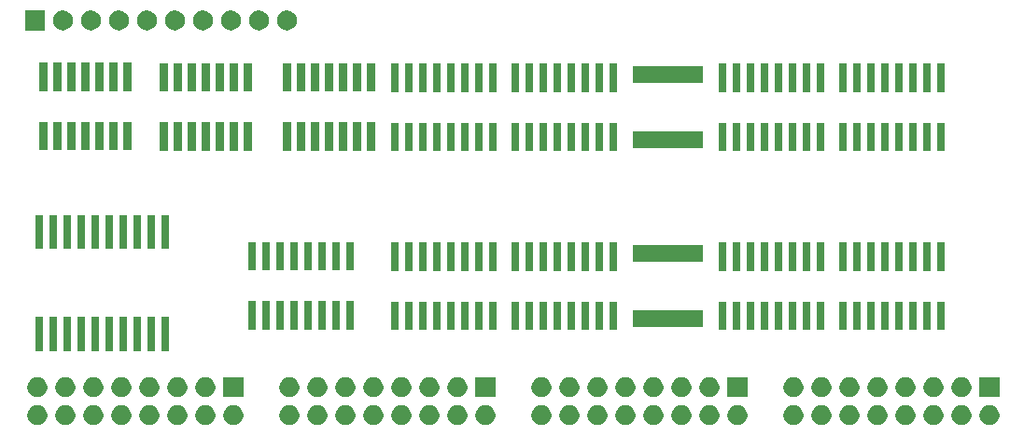
<source format=gbr>
G04 #@! TF.GenerationSoftware,KiCad,Pcbnew,5.1.5+dfsg1-2build2*
G04 #@! TF.CreationDate,2022-05-11T22:38:19-07:00*
G04 #@! TF.ProjectId,ProgramCounter,50726f67-7261-46d4-936f-756e7465722e,rev?*
G04 #@! TF.SameCoordinates,Original*
G04 #@! TF.FileFunction,Soldermask,Top*
G04 #@! TF.FilePolarity,Negative*
%FSLAX46Y46*%
G04 Gerber Fmt 4.6, Leading zero omitted, Abs format (unit mm)*
G04 Created by KiCad (PCBNEW 5.1.5+dfsg1-2build2) date 2022-05-11 22:38:19*
%MOMM*%
%LPD*%
G04 APERTURE LIST*
%ADD10C,0.100000*%
G04 APERTURE END LIST*
D10*
G36*
X100913512Y-87303927D02*
G01*
X101062812Y-87333624D01*
X101226784Y-87401544D01*
X101374354Y-87500147D01*
X101499853Y-87625646D01*
X101598456Y-87773216D01*
X101666376Y-87937188D01*
X101701000Y-88111259D01*
X101701000Y-88288741D01*
X101666376Y-88462812D01*
X101598456Y-88626784D01*
X101499853Y-88774354D01*
X101374354Y-88899853D01*
X101226784Y-88998456D01*
X101062812Y-89066376D01*
X100913512Y-89096073D01*
X100888742Y-89101000D01*
X100711258Y-89101000D01*
X100686488Y-89096073D01*
X100537188Y-89066376D01*
X100373216Y-88998456D01*
X100225646Y-88899853D01*
X100100147Y-88774354D01*
X100001544Y-88626784D01*
X99933624Y-88462812D01*
X99899000Y-88288741D01*
X99899000Y-88111259D01*
X99933624Y-87937188D01*
X100001544Y-87773216D01*
X100100147Y-87625646D01*
X100225646Y-87500147D01*
X100373216Y-87401544D01*
X100537188Y-87333624D01*
X100686488Y-87303927D01*
X100711258Y-87299000D01*
X100888742Y-87299000D01*
X100913512Y-87303927D01*
G37*
G36*
X55193512Y-87303927D02*
G01*
X55342812Y-87333624D01*
X55506784Y-87401544D01*
X55654354Y-87500147D01*
X55779853Y-87625646D01*
X55878456Y-87773216D01*
X55946376Y-87937188D01*
X55981000Y-88111259D01*
X55981000Y-88288741D01*
X55946376Y-88462812D01*
X55878456Y-88626784D01*
X55779853Y-88774354D01*
X55654354Y-88899853D01*
X55506784Y-88998456D01*
X55342812Y-89066376D01*
X55193512Y-89096073D01*
X55168742Y-89101000D01*
X54991258Y-89101000D01*
X54966488Y-89096073D01*
X54817188Y-89066376D01*
X54653216Y-88998456D01*
X54505646Y-88899853D01*
X54380147Y-88774354D01*
X54281544Y-88626784D01*
X54213624Y-88462812D01*
X54179000Y-88288741D01*
X54179000Y-88111259D01*
X54213624Y-87937188D01*
X54281544Y-87773216D01*
X54380147Y-87625646D01*
X54505646Y-87500147D01*
X54653216Y-87401544D01*
X54817188Y-87333624D01*
X54966488Y-87303927D01*
X54991258Y-87299000D01*
X55168742Y-87299000D01*
X55193512Y-87303927D01*
G37*
G36*
X57733512Y-87303927D02*
G01*
X57882812Y-87333624D01*
X58046784Y-87401544D01*
X58194354Y-87500147D01*
X58319853Y-87625646D01*
X58418456Y-87773216D01*
X58486376Y-87937188D01*
X58521000Y-88111259D01*
X58521000Y-88288741D01*
X58486376Y-88462812D01*
X58418456Y-88626784D01*
X58319853Y-88774354D01*
X58194354Y-88899853D01*
X58046784Y-88998456D01*
X57882812Y-89066376D01*
X57733512Y-89096073D01*
X57708742Y-89101000D01*
X57531258Y-89101000D01*
X57506488Y-89096073D01*
X57357188Y-89066376D01*
X57193216Y-88998456D01*
X57045646Y-88899853D01*
X56920147Y-88774354D01*
X56821544Y-88626784D01*
X56753624Y-88462812D01*
X56719000Y-88288741D01*
X56719000Y-88111259D01*
X56753624Y-87937188D01*
X56821544Y-87773216D01*
X56920147Y-87625646D01*
X57045646Y-87500147D01*
X57193216Y-87401544D01*
X57357188Y-87333624D01*
X57506488Y-87303927D01*
X57531258Y-87299000D01*
X57708742Y-87299000D01*
X57733512Y-87303927D01*
G37*
G36*
X60273512Y-87303927D02*
G01*
X60422812Y-87333624D01*
X60586784Y-87401544D01*
X60734354Y-87500147D01*
X60859853Y-87625646D01*
X60958456Y-87773216D01*
X61026376Y-87937188D01*
X61061000Y-88111259D01*
X61061000Y-88288741D01*
X61026376Y-88462812D01*
X60958456Y-88626784D01*
X60859853Y-88774354D01*
X60734354Y-88899853D01*
X60586784Y-88998456D01*
X60422812Y-89066376D01*
X60273512Y-89096073D01*
X60248742Y-89101000D01*
X60071258Y-89101000D01*
X60046488Y-89096073D01*
X59897188Y-89066376D01*
X59733216Y-88998456D01*
X59585646Y-88899853D01*
X59460147Y-88774354D01*
X59361544Y-88626784D01*
X59293624Y-88462812D01*
X59259000Y-88288741D01*
X59259000Y-88111259D01*
X59293624Y-87937188D01*
X59361544Y-87773216D01*
X59460147Y-87625646D01*
X59585646Y-87500147D01*
X59733216Y-87401544D01*
X59897188Y-87333624D01*
X60046488Y-87303927D01*
X60071258Y-87299000D01*
X60248742Y-87299000D01*
X60273512Y-87303927D01*
G37*
G36*
X62813512Y-87303927D02*
G01*
X62962812Y-87333624D01*
X63126784Y-87401544D01*
X63274354Y-87500147D01*
X63399853Y-87625646D01*
X63498456Y-87773216D01*
X63566376Y-87937188D01*
X63601000Y-88111259D01*
X63601000Y-88288741D01*
X63566376Y-88462812D01*
X63498456Y-88626784D01*
X63399853Y-88774354D01*
X63274354Y-88899853D01*
X63126784Y-88998456D01*
X62962812Y-89066376D01*
X62813512Y-89096073D01*
X62788742Y-89101000D01*
X62611258Y-89101000D01*
X62586488Y-89096073D01*
X62437188Y-89066376D01*
X62273216Y-88998456D01*
X62125646Y-88899853D01*
X62000147Y-88774354D01*
X61901544Y-88626784D01*
X61833624Y-88462812D01*
X61799000Y-88288741D01*
X61799000Y-88111259D01*
X61833624Y-87937188D01*
X61901544Y-87773216D01*
X62000147Y-87625646D01*
X62125646Y-87500147D01*
X62273216Y-87401544D01*
X62437188Y-87333624D01*
X62586488Y-87303927D01*
X62611258Y-87299000D01*
X62788742Y-87299000D01*
X62813512Y-87303927D01*
G37*
G36*
X65353512Y-87303927D02*
G01*
X65502812Y-87333624D01*
X65666784Y-87401544D01*
X65814354Y-87500147D01*
X65939853Y-87625646D01*
X66038456Y-87773216D01*
X66106376Y-87937188D01*
X66141000Y-88111259D01*
X66141000Y-88288741D01*
X66106376Y-88462812D01*
X66038456Y-88626784D01*
X65939853Y-88774354D01*
X65814354Y-88899853D01*
X65666784Y-88998456D01*
X65502812Y-89066376D01*
X65353512Y-89096073D01*
X65328742Y-89101000D01*
X65151258Y-89101000D01*
X65126488Y-89096073D01*
X64977188Y-89066376D01*
X64813216Y-88998456D01*
X64665646Y-88899853D01*
X64540147Y-88774354D01*
X64441544Y-88626784D01*
X64373624Y-88462812D01*
X64339000Y-88288741D01*
X64339000Y-88111259D01*
X64373624Y-87937188D01*
X64441544Y-87773216D01*
X64540147Y-87625646D01*
X64665646Y-87500147D01*
X64813216Y-87401544D01*
X64977188Y-87333624D01*
X65126488Y-87303927D01*
X65151258Y-87299000D01*
X65328742Y-87299000D01*
X65353512Y-87303927D01*
G37*
G36*
X67893512Y-87303927D02*
G01*
X68042812Y-87333624D01*
X68206784Y-87401544D01*
X68354354Y-87500147D01*
X68479853Y-87625646D01*
X68578456Y-87773216D01*
X68646376Y-87937188D01*
X68681000Y-88111259D01*
X68681000Y-88288741D01*
X68646376Y-88462812D01*
X68578456Y-88626784D01*
X68479853Y-88774354D01*
X68354354Y-88899853D01*
X68206784Y-88998456D01*
X68042812Y-89066376D01*
X67893512Y-89096073D01*
X67868742Y-89101000D01*
X67691258Y-89101000D01*
X67666488Y-89096073D01*
X67517188Y-89066376D01*
X67353216Y-88998456D01*
X67205646Y-88899853D01*
X67080147Y-88774354D01*
X66981544Y-88626784D01*
X66913624Y-88462812D01*
X66879000Y-88288741D01*
X66879000Y-88111259D01*
X66913624Y-87937188D01*
X66981544Y-87773216D01*
X67080147Y-87625646D01*
X67205646Y-87500147D01*
X67353216Y-87401544D01*
X67517188Y-87333624D01*
X67666488Y-87303927D01*
X67691258Y-87299000D01*
X67868742Y-87299000D01*
X67893512Y-87303927D01*
G37*
G36*
X70433512Y-87303927D02*
G01*
X70582812Y-87333624D01*
X70746784Y-87401544D01*
X70894354Y-87500147D01*
X71019853Y-87625646D01*
X71118456Y-87773216D01*
X71186376Y-87937188D01*
X71221000Y-88111259D01*
X71221000Y-88288741D01*
X71186376Y-88462812D01*
X71118456Y-88626784D01*
X71019853Y-88774354D01*
X70894354Y-88899853D01*
X70746784Y-88998456D01*
X70582812Y-89066376D01*
X70433512Y-89096073D01*
X70408742Y-89101000D01*
X70231258Y-89101000D01*
X70206488Y-89096073D01*
X70057188Y-89066376D01*
X69893216Y-88998456D01*
X69745646Y-88899853D01*
X69620147Y-88774354D01*
X69521544Y-88626784D01*
X69453624Y-88462812D01*
X69419000Y-88288741D01*
X69419000Y-88111259D01*
X69453624Y-87937188D01*
X69521544Y-87773216D01*
X69620147Y-87625646D01*
X69745646Y-87500147D01*
X69893216Y-87401544D01*
X70057188Y-87333624D01*
X70206488Y-87303927D01*
X70231258Y-87299000D01*
X70408742Y-87299000D01*
X70433512Y-87303927D01*
G37*
G36*
X98373512Y-87303927D02*
G01*
X98522812Y-87333624D01*
X98686784Y-87401544D01*
X98834354Y-87500147D01*
X98959853Y-87625646D01*
X99058456Y-87773216D01*
X99126376Y-87937188D01*
X99161000Y-88111259D01*
X99161000Y-88288741D01*
X99126376Y-88462812D01*
X99058456Y-88626784D01*
X98959853Y-88774354D01*
X98834354Y-88899853D01*
X98686784Y-88998456D01*
X98522812Y-89066376D01*
X98373512Y-89096073D01*
X98348742Y-89101000D01*
X98171258Y-89101000D01*
X98146488Y-89096073D01*
X97997188Y-89066376D01*
X97833216Y-88998456D01*
X97685646Y-88899853D01*
X97560147Y-88774354D01*
X97461544Y-88626784D01*
X97393624Y-88462812D01*
X97359000Y-88288741D01*
X97359000Y-88111259D01*
X97393624Y-87937188D01*
X97461544Y-87773216D01*
X97560147Y-87625646D01*
X97685646Y-87500147D01*
X97833216Y-87401544D01*
X97997188Y-87333624D01*
X98146488Y-87303927D01*
X98171258Y-87299000D01*
X98348742Y-87299000D01*
X98373512Y-87303927D01*
G37*
G36*
X93293512Y-87303927D02*
G01*
X93442812Y-87333624D01*
X93606784Y-87401544D01*
X93754354Y-87500147D01*
X93879853Y-87625646D01*
X93978456Y-87773216D01*
X94046376Y-87937188D01*
X94081000Y-88111259D01*
X94081000Y-88288741D01*
X94046376Y-88462812D01*
X93978456Y-88626784D01*
X93879853Y-88774354D01*
X93754354Y-88899853D01*
X93606784Y-88998456D01*
X93442812Y-89066376D01*
X93293512Y-89096073D01*
X93268742Y-89101000D01*
X93091258Y-89101000D01*
X93066488Y-89096073D01*
X92917188Y-89066376D01*
X92753216Y-88998456D01*
X92605646Y-88899853D01*
X92480147Y-88774354D01*
X92381544Y-88626784D01*
X92313624Y-88462812D01*
X92279000Y-88288741D01*
X92279000Y-88111259D01*
X92313624Y-87937188D01*
X92381544Y-87773216D01*
X92480147Y-87625646D01*
X92605646Y-87500147D01*
X92753216Y-87401544D01*
X92917188Y-87333624D01*
X93066488Y-87303927D01*
X93091258Y-87299000D01*
X93268742Y-87299000D01*
X93293512Y-87303927D01*
G37*
G36*
X103453512Y-87303927D02*
G01*
X103602812Y-87333624D01*
X103766784Y-87401544D01*
X103914354Y-87500147D01*
X104039853Y-87625646D01*
X104138456Y-87773216D01*
X104206376Y-87937188D01*
X104241000Y-88111259D01*
X104241000Y-88288741D01*
X104206376Y-88462812D01*
X104138456Y-88626784D01*
X104039853Y-88774354D01*
X103914354Y-88899853D01*
X103766784Y-88998456D01*
X103602812Y-89066376D01*
X103453512Y-89096073D01*
X103428742Y-89101000D01*
X103251258Y-89101000D01*
X103226488Y-89096073D01*
X103077188Y-89066376D01*
X102913216Y-88998456D01*
X102765646Y-88899853D01*
X102640147Y-88774354D01*
X102541544Y-88626784D01*
X102473624Y-88462812D01*
X102439000Y-88288741D01*
X102439000Y-88111259D01*
X102473624Y-87937188D01*
X102541544Y-87773216D01*
X102640147Y-87625646D01*
X102765646Y-87500147D01*
X102913216Y-87401544D01*
X103077188Y-87333624D01*
X103226488Y-87303927D01*
X103251258Y-87299000D01*
X103428742Y-87299000D01*
X103453512Y-87303927D01*
G37*
G36*
X105993512Y-87303927D02*
G01*
X106142812Y-87333624D01*
X106306784Y-87401544D01*
X106454354Y-87500147D01*
X106579853Y-87625646D01*
X106678456Y-87773216D01*
X106746376Y-87937188D01*
X106781000Y-88111259D01*
X106781000Y-88288741D01*
X106746376Y-88462812D01*
X106678456Y-88626784D01*
X106579853Y-88774354D01*
X106454354Y-88899853D01*
X106306784Y-88998456D01*
X106142812Y-89066376D01*
X105993512Y-89096073D01*
X105968742Y-89101000D01*
X105791258Y-89101000D01*
X105766488Y-89096073D01*
X105617188Y-89066376D01*
X105453216Y-88998456D01*
X105305646Y-88899853D01*
X105180147Y-88774354D01*
X105081544Y-88626784D01*
X105013624Y-88462812D01*
X104979000Y-88288741D01*
X104979000Y-88111259D01*
X105013624Y-87937188D01*
X105081544Y-87773216D01*
X105180147Y-87625646D01*
X105305646Y-87500147D01*
X105453216Y-87401544D01*
X105617188Y-87333624D01*
X105766488Y-87303927D01*
X105791258Y-87299000D01*
X105968742Y-87299000D01*
X105993512Y-87303927D01*
G37*
G36*
X108533512Y-87303927D02*
G01*
X108682812Y-87333624D01*
X108846784Y-87401544D01*
X108994354Y-87500147D01*
X109119853Y-87625646D01*
X109218456Y-87773216D01*
X109286376Y-87937188D01*
X109321000Y-88111259D01*
X109321000Y-88288741D01*
X109286376Y-88462812D01*
X109218456Y-88626784D01*
X109119853Y-88774354D01*
X108994354Y-88899853D01*
X108846784Y-88998456D01*
X108682812Y-89066376D01*
X108533512Y-89096073D01*
X108508742Y-89101000D01*
X108331258Y-89101000D01*
X108306488Y-89096073D01*
X108157188Y-89066376D01*
X107993216Y-88998456D01*
X107845646Y-88899853D01*
X107720147Y-88774354D01*
X107621544Y-88626784D01*
X107553624Y-88462812D01*
X107519000Y-88288741D01*
X107519000Y-88111259D01*
X107553624Y-87937188D01*
X107621544Y-87773216D01*
X107720147Y-87625646D01*
X107845646Y-87500147D01*
X107993216Y-87401544D01*
X108157188Y-87333624D01*
X108306488Y-87303927D01*
X108331258Y-87299000D01*
X108508742Y-87299000D01*
X108533512Y-87303927D01*
G37*
G36*
X111073512Y-87303927D02*
G01*
X111222812Y-87333624D01*
X111386784Y-87401544D01*
X111534354Y-87500147D01*
X111659853Y-87625646D01*
X111758456Y-87773216D01*
X111826376Y-87937188D01*
X111861000Y-88111259D01*
X111861000Y-88288741D01*
X111826376Y-88462812D01*
X111758456Y-88626784D01*
X111659853Y-88774354D01*
X111534354Y-88899853D01*
X111386784Y-88998456D01*
X111222812Y-89066376D01*
X111073512Y-89096073D01*
X111048742Y-89101000D01*
X110871258Y-89101000D01*
X110846488Y-89096073D01*
X110697188Y-89066376D01*
X110533216Y-88998456D01*
X110385646Y-88899853D01*
X110260147Y-88774354D01*
X110161544Y-88626784D01*
X110093624Y-88462812D01*
X110059000Y-88288741D01*
X110059000Y-88111259D01*
X110093624Y-87937188D01*
X110161544Y-87773216D01*
X110260147Y-87625646D01*
X110385646Y-87500147D01*
X110533216Y-87401544D01*
X110697188Y-87333624D01*
X110846488Y-87303927D01*
X110871258Y-87299000D01*
X111048742Y-87299000D01*
X111073512Y-87303927D01*
G37*
G36*
X113613512Y-87303927D02*
G01*
X113762812Y-87333624D01*
X113926784Y-87401544D01*
X114074354Y-87500147D01*
X114199853Y-87625646D01*
X114298456Y-87773216D01*
X114366376Y-87937188D01*
X114401000Y-88111259D01*
X114401000Y-88288741D01*
X114366376Y-88462812D01*
X114298456Y-88626784D01*
X114199853Y-88774354D01*
X114074354Y-88899853D01*
X113926784Y-88998456D01*
X113762812Y-89066376D01*
X113613512Y-89096073D01*
X113588742Y-89101000D01*
X113411258Y-89101000D01*
X113386488Y-89096073D01*
X113237188Y-89066376D01*
X113073216Y-88998456D01*
X112925646Y-88899853D01*
X112800147Y-88774354D01*
X112701544Y-88626784D01*
X112633624Y-88462812D01*
X112599000Y-88288741D01*
X112599000Y-88111259D01*
X112633624Y-87937188D01*
X112701544Y-87773216D01*
X112800147Y-87625646D01*
X112925646Y-87500147D01*
X113073216Y-87401544D01*
X113237188Y-87333624D01*
X113386488Y-87303927D01*
X113411258Y-87299000D01*
X113588742Y-87299000D01*
X113613512Y-87303927D01*
G37*
G36*
X116153512Y-87303927D02*
G01*
X116302812Y-87333624D01*
X116466784Y-87401544D01*
X116614354Y-87500147D01*
X116739853Y-87625646D01*
X116838456Y-87773216D01*
X116906376Y-87937188D01*
X116941000Y-88111259D01*
X116941000Y-88288741D01*
X116906376Y-88462812D01*
X116838456Y-88626784D01*
X116739853Y-88774354D01*
X116614354Y-88899853D01*
X116466784Y-88998456D01*
X116302812Y-89066376D01*
X116153512Y-89096073D01*
X116128742Y-89101000D01*
X115951258Y-89101000D01*
X115926488Y-89096073D01*
X115777188Y-89066376D01*
X115613216Y-88998456D01*
X115465646Y-88899853D01*
X115340147Y-88774354D01*
X115241544Y-88626784D01*
X115173624Y-88462812D01*
X115139000Y-88288741D01*
X115139000Y-88111259D01*
X115173624Y-87937188D01*
X115241544Y-87773216D01*
X115340147Y-87625646D01*
X115465646Y-87500147D01*
X115613216Y-87401544D01*
X115777188Y-87333624D01*
X115926488Y-87303927D01*
X115951258Y-87299000D01*
X116128742Y-87299000D01*
X116153512Y-87303927D01*
G37*
G36*
X139013512Y-87303927D02*
G01*
X139162812Y-87333624D01*
X139326784Y-87401544D01*
X139474354Y-87500147D01*
X139599853Y-87625646D01*
X139698456Y-87773216D01*
X139766376Y-87937188D01*
X139801000Y-88111259D01*
X139801000Y-88288741D01*
X139766376Y-88462812D01*
X139698456Y-88626784D01*
X139599853Y-88774354D01*
X139474354Y-88899853D01*
X139326784Y-88998456D01*
X139162812Y-89066376D01*
X139013512Y-89096073D01*
X138988742Y-89101000D01*
X138811258Y-89101000D01*
X138786488Y-89096073D01*
X138637188Y-89066376D01*
X138473216Y-88998456D01*
X138325646Y-88899853D01*
X138200147Y-88774354D01*
X138101544Y-88626784D01*
X138033624Y-88462812D01*
X137999000Y-88288741D01*
X137999000Y-88111259D01*
X138033624Y-87937188D01*
X138101544Y-87773216D01*
X138200147Y-87625646D01*
X138325646Y-87500147D01*
X138473216Y-87401544D01*
X138637188Y-87333624D01*
X138786488Y-87303927D01*
X138811258Y-87299000D01*
X138988742Y-87299000D01*
X139013512Y-87303927D01*
G37*
G36*
X123773512Y-87303927D02*
G01*
X123922812Y-87333624D01*
X124086784Y-87401544D01*
X124234354Y-87500147D01*
X124359853Y-87625646D01*
X124458456Y-87773216D01*
X124526376Y-87937188D01*
X124561000Y-88111259D01*
X124561000Y-88288741D01*
X124526376Y-88462812D01*
X124458456Y-88626784D01*
X124359853Y-88774354D01*
X124234354Y-88899853D01*
X124086784Y-88998456D01*
X123922812Y-89066376D01*
X123773512Y-89096073D01*
X123748742Y-89101000D01*
X123571258Y-89101000D01*
X123546488Y-89096073D01*
X123397188Y-89066376D01*
X123233216Y-88998456D01*
X123085646Y-88899853D01*
X122960147Y-88774354D01*
X122861544Y-88626784D01*
X122793624Y-88462812D01*
X122759000Y-88288741D01*
X122759000Y-88111259D01*
X122793624Y-87937188D01*
X122861544Y-87773216D01*
X122960147Y-87625646D01*
X123085646Y-87500147D01*
X123233216Y-87401544D01*
X123397188Y-87333624D01*
X123546488Y-87303927D01*
X123571258Y-87299000D01*
X123748742Y-87299000D01*
X123773512Y-87303927D01*
G37*
G36*
X121233512Y-87303927D02*
G01*
X121382812Y-87333624D01*
X121546784Y-87401544D01*
X121694354Y-87500147D01*
X121819853Y-87625646D01*
X121918456Y-87773216D01*
X121986376Y-87937188D01*
X122021000Y-88111259D01*
X122021000Y-88288741D01*
X121986376Y-88462812D01*
X121918456Y-88626784D01*
X121819853Y-88774354D01*
X121694354Y-88899853D01*
X121546784Y-88998456D01*
X121382812Y-89066376D01*
X121233512Y-89096073D01*
X121208742Y-89101000D01*
X121031258Y-89101000D01*
X121006488Y-89096073D01*
X120857188Y-89066376D01*
X120693216Y-88998456D01*
X120545646Y-88899853D01*
X120420147Y-88774354D01*
X120321544Y-88626784D01*
X120253624Y-88462812D01*
X120219000Y-88288741D01*
X120219000Y-88111259D01*
X120253624Y-87937188D01*
X120321544Y-87773216D01*
X120420147Y-87625646D01*
X120545646Y-87500147D01*
X120693216Y-87401544D01*
X120857188Y-87333624D01*
X121006488Y-87303927D01*
X121031258Y-87299000D01*
X121208742Y-87299000D01*
X121233512Y-87303927D01*
G37*
G36*
X90753512Y-87303927D02*
G01*
X90902812Y-87333624D01*
X91066784Y-87401544D01*
X91214354Y-87500147D01*
X91339853Y-87625646D01*
X91438456Y-87773216D01*
X91506376Y-87937188D01*
X91541000Y-88111259D01*
X91541000Y-88288741D01*
X91506376Y-88462812D01*
X91438456Y-88626784D01*
X91339853Y-88774354D01*
X91214354Y-88899853D01*
X91066784Y-88998456D01*
X90902812Y-89066376D01*
X90753512Y-89096073D01*
X90728742Y-89101000D01*
X90551258Y-89101000D01*
X90526488Y-89096073D01*
X90377188Y-89066376D01*
X90213216Y-88998456D01*
X90065646Y-88899853D01*
X89940147Y-88774354D01*
X89841544Y-88626784D01*
X89773624Y-88462812D01*
X89739000Y-88288741D01*
X89739000Y-88111259D01*
X89773624Y-87937188D01*
X89841544Y-87773216D01*
X89940147Y-87625646D01*
X90065646Y-87500147D01*
X90213216Y-87401544D01*
X90377188Y-87333624D01*
X90526488Y-87303927D01*
X90551258Y-87299000D01*
X90728742Y-87299000D01*
X90753512Y-87303927D01*
G37*
G36*
X88213512Y-87303927D02*
G01*
X88362812Y-87333624D01*
X88526784Y-87401544D01*
X88674354Y-87500147D01*
X88799853Y-87625646D01*
X88898456Y-87773216D01*
X88966376Y-87937188D01*
X89001000Y-88111259D01*
X89001000Y-88288741D01*
X88966376Y-88462812D01*
X88898456Y-88626784D01*
X88799853Y-88774354D01*
X88674354Y-88899853D01*
X88526784Y-88998456D01*
X88362812Y-89066376D01*
X88213512Y-89096073D01*
X88188742Y-89101000D01*
X88011258Y-89101000D01*
X87986488Y-89096073D01*
X87837188Y-89066376D01*
X87673216Y-88998456D01*
X87525646Y-88899853D01*
X87400147Y-88774354D01*
X87301544Y-88626784D01*
X87233624Y-88462812D01*
X87199000Y-88288741D01*
X87199000Y-88111259D01*
X87233624Y-87937188D01*
X87301544Y-87773216D01*
X87400147Y-87625646D01*
X87525646Y-87500147D01*
X87673216Y-87401544D01*
X87837188Y-87333624D01*
X87986488Y-87303927D01*
X88011258Y-87299000D01*
X88188742Y-87299000D01*
X88213512Y-87303927D01*
G37*
G36*
X85673512Y-87303927D02*
G01*
X85822812Y-87333624D01*
X85986784Y-87401544D01*
X86134354Y-87500147D01*
X86259853Y-87625646D01*
X86358456Y-87773216D01*
X86426376Y-87937188D01*
X86461000Y-88111259D01*
X86461000Y-88288741D01*
X86426376Y-88462812D01*
X86358456Y-88626784D01*
X86259853Y-88774354D01*
X86134354Y-88899853D01*
X85986784Y-88998456D01*
X85822812Y-89066376D01*
X85673512Y-89096073D01*
X85648742Y-89101000D01*
X85471258Y-89101000D01*
X85446488Y-89096073D01*
X85297188Y-89066376D01*
X85133216Y-88998456D01*
X84985646Y-88899853D01*
X84860147Y-88774354D01*
X84761544Y-88626784D01*
X84693624Y-88462812D01*
X84659000Y-88288741D01*
X84659000Y-88111259D01*
X84693624Y-87937188D01*
X84761544Y-87773216D01*
X84860147Y-87625646D01*
X84985646Y-87500147D01*
X85133216Y-87401544D01*
X85297188Y-87333624D01*
X85446488Y-87303927D01*
X85471258Y-87299000D01*
X85648742Y-87299000D01*
X85673512Y-87303927D01*
G37*
G36*
X83133512Y-87303927D02*
G01*
X83282812Y-87333624D01*
X83446784Y-87401544D01*
X83594354Y-87500147D01*
X83719853Y-87625646D01*
X83818456Y-87773216D01*
X83886376Y-87937188D01*
X83921000Y-88111259D01*
X83921000Y-88288741D01*
X83886376Y-88462812D01*
X83818456Y-88626784D01*
X83719853Y-88774354D01*
X83594354Y-88899853D01*
X83446784Y-88998456D01*
X83282812Y-89066376D01*
X83133512Y-89096073D01*
X83108742Y-89101000D01*
X82931258Y-89101000D01*
X82906488Y-89096073D01*
X82757188Y-89066376D01*
X82593216Y-88998456D01*
X82445646Y-88899853D01*
X82320147Y-88774354D01*
X82221544Y-88626784D01*
X82153624Y-88462812D01*
X82119000Y-88288741D01*
X82119000Y-88111259D01*
X82153624Y-87937188D01*
X82221544Y-87773216D01*
X82320147Y-87625646D01*
X82445646Y-87500147D01*
X82593216Y-87401544D01*
X82757188Y-87333624D01*
X82906488Y-87303927D01*
X82931258Y-87299000D01*
X83108742Y-87299000D01*
X83133512Y-87303927D01*
G37*
G36*
X80593512Y-87303927D02*
G01*
X80742812Y-87333624D01*
X80906784Y-87401544D01*
X81054354Y-87500147D01*
X81179853Y-87625646D01*
X81278456Y-87773216D01*
X81346376Y-87937188D01*
X81381000Y-88111259D01*
X81381000Y-88288741D01*
X81346376Y-88462812D01*
X81278456Y-88626784D01*
X81179853Y-88774354D01*
X81054354Y-88899853D01*
X80906784Y-88998456D01*
X80742812Y-89066376D01*
X80593512Y-89096073D01*
X80568742Y-89101000D01*
X80391258Y-89101000D01*
X80366488Y-89096073D01*
X80217188Y-89066376D01*
X80053216Y-88998456D01*
X79905646Y-88899853D01*
X79780147Y-88774354D01*
X79681544Y-88626784D01*
X79613624Y-88462812D01*
X79579000Y-88288741D01*
X79579000Y-88111259D01*
X79613624Y-87937188D01*
X79681544Y-87773216D01*
X79780147Y-87625646D01*
X79905646Y-87500147D01*
X80053216Y-87401544D01*
X80217188Y-87333624D01*
X80366488Y-87303927D01*
X80391258Y-87299000D01*
X80568742Y-87299000D01*
X80593512Y-87303927D01*
G37*
G36*
X78053512Y-87303927D02*
G01*
X78202812Y-87333624D01*
X78366784Y-87401544D01*
X78514354Y-87500147D01*
X78639853Y-87625646D01*
X78738456Y-87773216D01*
X78806376Y-87937188D01*
X78841000Y-88111259D01*
X78841000Y-88288741D01*
X78806376Y-88462812D01*
X78738456Y-88626784D01*
X78639853Y-88774354D01*
X78514354Y-88899853D01*
X78366784Y-88998456D01*
X78202812Y-89066376D01*
X78053512Y-89096073D01*
X78028742Y-89101000D01*
X77851258Y-89101000D01*
X77826488Y-89096073D01*
X77677188Y-89066376D01*
X77513216Y-88998456D01*
X77365646Y-88899853D01*
X77240147Y-88774354D01*
X77141544Y-88626784D01*
X77073624Y-88462812D01*
X77039000Y-88288741D01*
X77039000Y-88111259D01*
X77073624Y-87937188D01*
X77141544Y-87773216D01*
X77240147Y-87625646D01*
X77365646Y-87500147D01*
X77513216Y-87401544D01*
X77677188Y-87333624D01*
X77826488Y-87303927D01*
X77851258Y-87299000D01*
X78028742Y-87299000D01*
X78053512Y-87303927D01*
G37*
G36*
X75513512Y-87303927D02*
G01*
X75662812Y-87333624D01*
X75826784Y-87401544D01*
X75974354Y-87500147D01*
X76099853Y-87625646D01*
X76198456Y-87773216D01*
X76266376Y-87937188D01*
X76301000Y-88111259D01*
X76301000Y-88288741D01*
X76266376Y-88462812D01*
X76198456Y-88626784D01*
X76099853Y-88774354D01*
X75974354Y-88899853D01*
X75826784Y-88998456D01*
X75662812Y-89066376D01*
X75513512Y-89096073D01*
X75488742Y-89101000D01*
X75311258Y-89101000D01*
X75286488Y-89096073D01*
X75137188Y-89066376D01*
X74973216Y-88998456D01*
X74825646Y-88899853D01*
X74700147Y-88774354D01*
X74601544Y-88626784D01*
X74533624Y-88462812D01*
X74499000Y-88288741D01*
X74499000Y-88111259D01*
X74533624Y-87937188D01*
X74601544Y-87773216D01*
X74700147Y-87625646D01*
X74825646Y-87500147D01*
X74973216Y-87401544D01*
X75137188Y-87333624D01*
X75286488Y-87303927D01*
X75311258Y-87299000D01*
X75488742Y-87299000D01*
X75513512Y-87303927D01*
G37*
G36*
X52653512Y-87303927D02*
G01*
X52802812Y-87333624D01*
X52966784Y-87401544D01*
X53114354Y-87500147D01*
X53239853Y-87625646D01*
X53338456Y-87773216D01*
X53406376Y-87937188D01*
X53441000Y-88111259D01*
X53441000Y-88288741D01*
X53406376Y-88462812D01*
X53338456Y-88626784D01*
X53239853Y-88774354D01*
X53114354Y-88899853D01*
X52966784Y-88998456D01*
X52802812Y-89066376D01*
X52653512Y-89096073D01*
X52628742Y-89101000D01*
X52451258Y-89101000D01*
X52426488Y-89096073D01*
X52277188Y-89066376D01*
X52113216Y-88998456D01*
X51965646Y-88899853D01*
X51840147Y-88774354D01*
X51741544Y-88626784D01*
X51673624Y-88462812D01*
X51639000Y-88288741D01*
X51639000Y-88111259D01*
X51673624Y-87937188D01*
X51741544Y-87773216D01*
X51840147Y-87625646D01*
X51965646Y-87500147D01*
X52113216Y-87401544D01*
X52277188Y-87333624D01*
X52426488Y-87303927D01*
X52451258Y-87299000D01*
X52628742Y-87299000D01*
X52653512Y-87303927D01*
G37*
G36*
X136473512Y-87303927D02*
G01*
X136622812Y-87333624D01*
X136786784Y-87401544D01*
X136934354Y-87500147D01*
X137059853Y-87625646D01*
X137158456Y-87773216D01*
X137226376Y-87937188D01*
X137261000Y-88111259D01*
X137261000Y-88288741D01*
X137226376Y-88462812D01*
X137158456Y-88626784D01*
X137059853Y-88774354D01*
X136934354Y-88899853D01*
X136786784Y-88998456D01*
X136622812Y-89066376D01*
X136473512Y-89096073D01*
X136448742Y-89101000D01*
X136271258Y-89101000D01*
X136246488Y-89096073D01*
X136097188Y-89066376D01*
X135933216Y-88998456D01*
X135785646Y-88899853D01*
X135660147Y-88774354D01*
X135561544Y-88626784D01*
X135493624Y-88462812D01*
X135459000Y-88288741D01*
X135459000Y-88111259D01*
X135493624Y-87937188D01*
X135561544Y-87773216D01*
X135660147Y-87625646D01*
X135785646Y-87500147D01*
X135933216Y-87401544D01*
X136097188Y-87333624D01*
X136246488Y-87303927D01*
X136271258Y-87299000D01*
X136448742Y-87299000D01*
X136473512Y-87303927D01*
G37*
G36*
X133933512Y-87303927D02*
G01*
X134082812Y-87333624D01*
X134246784Y-87401544D01*
X134394354Y-87500147D01*
X134519853Y-87625646D01*
X134618456Y-87773216D01*
X134686376Y-87937188D01*
X134721000Y-88111259D01*
X134721000Y-88288741D01*
X134686376Y-88462812D01*
X134618456Y-88626784D01*
X134519853Y-88774354D01*
X134394354Y-88899853D01*
X134246784Y-88998456D01*
X134082812Y-89066376D01*
X133933512Y-89096073D01*
X133908742Y-89101000D01*
X133731258Y-89101000D01*
X133706488Y-89096073D01*
X133557188Y-89066376D01*
X133393216Y-88998456D01*
X133245646Y-88899853D01*
X133120147Y-88774354D01*
X133021544Y-88626784D01*
X132953624Y-88462812D01*
X132919000Y-88288741D01*
X132919000Y-88111259D01*
X132953624Y-87937188D01*
X133021544Y-87773216D01*
X133120147Y-87625646D01*
X133245646Y-87500147D01*
X133393216Y-87401544D01*
X133557188Y-87333624D01*
X133706488Y-87303927D01*
X133731258Y-87299000D01*
X133908742Y-87299000D01*
X133933512Y-87303927D01*
G37*
G36*
X131393512Y-87303927D02*
G01*
X131542812Y-87333624D01*
X131706784Y-87401544D01*
X131854354Y-87500147D01*
X131979853Y-87625646D01*
X132078456Y-87773216D01*
X132146376Y-87937188D01*
X132181000Y-88111259D01*
X132181000Y-88288741D01*
X132146376Y-88462812D01*
X132078456Y-88626784D01*
X131979853Y-88774354D01*
X131854354Y-88899853D01*
X131706784Y-88998456D01*
X131542812Y-89066376D01*
X131393512Y-89096073D01*
X131368742Y-89101000D01*
X131191258Y-89101000D01*
X131166488Y-89096073D01*
X131017188Y-89066376D01*
X130853216Y-88998456D01*
X130705646Y-88899853D01*
X130580147Y-88774354D01*
X130481544Y-88626784D01*
X130413624Y-88462812D01*
X130379000Y-88288741D01*
X130379000Y-88111259D01*
X130413624Y-87937188D01*
X130481544Y-87773216D01*
X130580147Y-87625646D01*
X130705646Y-87500147D01*
X130853216Y-87401544D01*
X131017188Y-87333624D01*
X131166488Y-87303927D01*
X131191258Y-87299000D01*
X131368742Y-87299000D01*
X131393512Y-87303927D01*
G37*
G36*
X128853512Y-87303927D02*
G01*
X129002812Y-87333624D01*
X129166784Y-87401544D01*
X129314354Y-87500147D01*
X129439853Y-87625646D01*
X129538456Y-87773216D01*
X129606376Y-87937188D01*
X129641000Y-88111259D01*
X129641000Y-88288741D01*
X129606376Y-88462812D01*
X129538456Y-88626784D01*
X129439853Y-88774354D01*
X129314354Y-88899853D01*
X129166784Y-88998456D01*
X129002812Y-89066376D01*
X128853512Y-89096073D01*
X128828742Y-89101000D01*
X128651258Y-89101000D01*
X128626488Y-89096073D01*
X128477188Y-89066376D01*
X128313216Y-88998456D01*
X128165646Y-88899853D01*
X128040147Y-88774354D01*
X127941544Y-88626784D01*
X127873624Y-88462812D01*
X127839000Y-88288741D01*
X127839000Y-88111259D01*
X127873624Y-87937188D01*
X127941544Y-87773216D01*
X128040147Y-87625646D01*
X128165646Y-87500147D01*
X128313216Y-87401544D01*
X128477188Y-87333624D01*
X128626488Y-87303927D01*
X128651258Y-87299000D01*
X128828742Y-87299000D01*
X128853512Y-87303927D01*
G37*
G36*
X126313512Y-87303927D02*
G01*
X126462812Y-87333624D01*
X126626784Y-87401544D01*
X126774354Y-87500147D01*
X126899853Y-87625646D01*
X126998456Y-87773216D01*
X127066376Y-87937188D01*
X127101000Y-88111259D01*
X127101000Y-88288741D01*
X127066376Y-88462812D01*
X126998456Y-88626784D01*
X126899853Y-88774354D01*
X126774354Y-88899853D01*
X126626784Y-88998456D01*
X126462812Y-89066376D01*
X126313512Y-89096073D01*
X126288742Y-89101000D01*
X126111258Y-89101000D01*
X126086488Y-89096073D01*
X125937188Y-89066376D01*
X125773216Y-88998456D01*
X125625646Y-88899853D01*
X125500147Y-88774354D01*
X125401544Y-88626784D01*
X125333624Y-88462812D01*
X125299000Y-88288741D01*
X125299000Y-88111259D01*
X125333624Y-87937188D01*
X125401544Y-87773216D01*
X125500147Y-87625646D01*
X125625646Y-87500147D01*
X125773216Y-87401544D01*
X125937188Y-87333624D01*
X126086488Y-87303927D01*
X126111258Y-87299000D01*
X126288742Y-87299000D01*
X126313512Y-87303927D01*
G37*
G36*
X100913512Y-84763927D02*
G01*
X101062812Y-84793624D01*
X101226784Y-84861544D01*
X101374354Y-84960147D01*
X101499853Y-85085646D01*
X101598456Y-85233216D01*
X101666376Y-85397188D01*
X101701000Y-85571259D01*
X101701000Y-85748741D01*
X101666376Y-85922812D01*
X101598456Y-86086784D01*
X101499853Y-86234354D01*
X101374354Y-86359853D01*
X101226784Y-86458456D01*
X101062812Y-86526376D01*
X100913512Y-86556073D01*
X100888742Y-86561000D01*
X100711258Y-86561000D01*
X100686488Y-86556073D01*
X100537188Y-86526376D01*
X100373216Y-86458456D01*
X100225646Y-86359853D01*
X100100147Y-86234354D01*
X100001544Y-86086784D01*
X99933624Y-85922812D01*
X99899000Y-85748741D01*
X99899000Y-85571259D01*
X99933624Y-85397188D01*
X100001544Y-85233216D01*
X100100147Y-85085646D01*
X100225646Y-84960147D01*
X100373216Y-84861544D01*
X100537188Y-84793624D01*
X100686488Y-84763927D01*
X100711258Y-84759000D01*
X100888742Y-84759000D01*
X100913512Y-84763927D01*
G37*
G36*
X98373512Y-84763927D02*
G01*
X98522812Y-84793624D01*
X98686784Y-84861544D01*
X98834354Y-84960147D01*
X98959853Y-85085646D01*
X99058456Y-85233216D01*
X99126376Y-85397188D01*
X99161000Y-85571259D01*
X99161000Y-85748741D01*
X99126376Y-85922812D01*
X99058456Y-86086784D01*
X98959853Y-86234354D01*
X98834354Y-86359853D01*
X98686784Y-86458456D01*
X98522812Y-86526376D01*
X98373512Y-86556073D01*
X98348742Y-86561000D01*
X98171258Y-86561000D01*
X98146488Y-86556073D01*
X97997188Y-86526376D01*
X97833216Y-86458456D01*
X97685646Y-86359853D01*
X97560147Y-86234354D01*
X97461544Y-86086784D01*
X97393624Y-85922812D01*
X97359000Y-85748741D01*
X97359000Y-85571259D01*
X97393624Y-85397188D01*
X97461544Y-85233216D01*
X97560147Y-85085646D01*
X97685646Y-84960147D01*
X97833216Y-84861544D01*
X97997188Y-84793624D01*
X98146488Y-84763927D01*
X98171258Y-84759000D01*
X98348742Y-84759000D01*
X98373512Y-84763927D01*
G37*
G36*
X71221000Y-86561000D02*
G01*
X69419000Y-86561000D01*
X69419000Y-84759000D01*
X71221000Y-84759000D01*
X71221000Y-86561000D01*
G37*
G36*
X67893512Y-84763927D02*
G01*
X68042812Y-84793624D01*
X68206784Y-84861544D01*
X68354354Y-84960147D01*
X68479853Y-85085646D01*
X68578456Y-85233216D01*
X68646376Y-85397188D01*
X68681000Y-85571259D01*
X68681000Y-85748741D01*
X68646376Y-85922812D01*
X68578456Y-86086784D01*
X68479853Y-86234354D01*
X68354354Y-86359853D01*
X68206784Y-86458456D01*
X68042812Y-86526376D01*
X67893512Y-86556073D01*
X67868742Y-86561000D01*
X67691258Y-86561000D01*
X67666488Y-86556073D01*
X67517188Y-86526376D01*
X67353216Y-86458456D01*
X67205646Y-86359853D01*
X67080147Y-86234354D01*
X66981544Y-86086784D01*
X66913624Y-85922812D01*
X66879000Y-85748741D01*
X66879000Y-85571259D01*
X66913624Y-85397188D01*
X66981544Y-85233216D01*
X67080147Y-85085646D01*
X67205646Y-84960147D01*
X67353216Y-84861544D01*
X67517188Y-84793624D01*
X67666488Y-84763927D01*
X67691258Y-84759000D01*
X67868742Y-84759000D01*
X67893512Y-84763927D01*
G37*
G36*
X80593512Y-84763927D02*
G01*
X80742812Y-84793624D01*
X80906784Y-84861544D01*
X81054354Y-84960147D01*
X81179853Y-85085646D01*
X81278456Y-85233216D01*
X81346376Y-85397188D01*
X81381000Y-85571259D01*
X81381000Y-85748741D01*
X81346376Y-85922812D01*
X81278456Y-86086784D01*
X81179853Y-86234354D01*
X81054354Y-86359853D01*
X80906784Y-86458456D01*
X80742812Y-86526376D01*
X80593512Y-86556073D01*
X80568742Y-86561000D01*
X80391258Y-86561000D01*
X80366488Y-86556073D01*
X80217188Y-86526376D01*
X80053216Y-86458456D01*
X79905646Y-86359853D01*
X79780147Y-86234354D01*
X79681544Y-86086784D01*
X79613624Y-85922812D01*
X79579000Y-85748741D01*
X79579000Y-85571259D01*
X79613624Y-85397188D01*
X79681544Y-85233216D01*
X79780147Y-85085646D01*
X79905646Y-84960147D01*
X80053216Y-84861544D01*
X80217188Y-84793624D01*
X80366488Y-84763927D01*
X80391258Y-84759000D01*
X80568742Y-84759000D01*
X80593512Y-84763927D01*
G37*
G36*
X62813512Y-84763927D02*
G01*
X62962812Y-84793624D01*
X63126784Y-84861544D01*
X63274354Y-84960147D01*
X63399853Y-85085646D01*
X63498456Y-85233216D01*
X63566376Y-85397188D01*
X63601000Y-85571259D01*
X63601000Y-85748741D01*
X63566376Y-85922812D01*
X63498456Y-86086784D01*
X63399853Y-86234354D01*
X63274354Y-86359853D01*
X63126784Y-86458456D01*
X62962812Y-86526376D01*
X62813512Y-86556073D01*
X62788742Y-86561000D01*
X62611258Y-86561000D01*
X62586488Y-86556073D01*
X62437188Y-86526376D01*
X62273216Y-86458456D01*
X62125646Y-86359853D01*
X62000147Y-86234354D01*
X61901544Y-86086784D01*
X61833624Y-85922812D01*
X61799000Y-85748741D01*
X61799000Y-85571259D01*
X61833624Y-85397188D01*
X61901544Y-85233216D01*
X62000147Y-85085646D01*
X62125646Y-84960147D01*
X62273216Y-84861544D01*
X62437188Y-84793624D01*
X62586488Y-84763927D01*
X62611258Y-84759000D01*
X62788742Y-84759000D01*
X62813512Y-84763927D01*
G37*
G36*
X60273512Y-84763927D02*
G01*
X60422812Y-84793624D01*
X60586784Y-84861544D01*
X60734354Y-84960147D01*
X60859853Y-85085646D01*
X60958456Y-85233216D01*
X61026376Y-85397188D01*
X61061000Y-85571259D01*
X61061000Y-85748741D01*
X61026376Y-85922812D01*
X60958456Y-86086784D01*
X60859853Y-86234354D01*
X60734354Y-86359853D01*
X60586784Y-86458456D01*
X60422812Y-86526376D01*
X60273512Y-86556073D01*
X60248742Y-86561000D01*
X60071258Y-86561000D01*
X60046488Y-86556073D01*
X59897188Y-86526376D01*
X59733216Y-86458456D01*
X59585646Y-86359853D01*
X59460147Y-86234354D01*
X59361544Y-86086784D01*
X59293624Y-85922812D01*
X59259000Y-85748741D01*
X59259000Y-85571259D01*
X59293624Y-85397188D01*
X59361544Y-85233216D01*
X59460147Y-85085646D01*
X59585646Y-84960147D01*
X59733216Y-84861544D01*
X59897188Y-84793624D01*
X60046488Y-84763927D01*
X60071258Y-84759000D01*
X60248742Y-84759000D01*
X60273512Y-84763927D01*
G37*
G36*
X57733512Y-84763927D02*
G01*
X57882812Y-84793624D01*
X58046784Y-84861544D01*
X58194354Y-84960147D01*
X58319853Y-85085646D01*
X58418456Y-85233216D01*
X58486376Y-85397188D01*
X58521000Y-85571259D01*
X58521000Y-85748741D01*
X58486376Y-85922812D01*
X58418456Y-86086784D01*
X58319853Y-86234354D01*
X58194354Y-86359853D01*
X58046784Y-86458456D01*
X57882812Y-86526376D01*
X57733512Y-86556073D01*
X57708742Y-86561000D01*
X57531258Y-86561000D01*
X57506488Y-86556073D01*
X57357188Y-86526376D01*
X57193216Y-86458456D01*
X57045646Y-86359853D01*
X56920147Y-86234354D01*
X56821544Y-86086784D01*
X56753624Y-85922812D01*
X56719000Y-85748741D01*
X56719000Y-85571259D01*
X56753624Y-85397188D01*
X56821544Y-85233216D01*
X56920147Y-85085646D01*
X57045646Y-84960147D01*
X57193216Y-84861544D01*
X57357188Y-84793624D01*
X57506488Y-84763927D01*
X57531258Y-84759000D01*
X57708742Y-84759000D01*
X57733512Y-84763927D01*
G37*
G36*
X55193512Y-84763927D02*
G01*
X55342812Y-84793624D01*
X55506784Y-84861544D01*
X55654354Y-84960147D01*
X55779853Y-85085646D01*
X55878456Y-85233216D01*
X55946376Y-85397188D01*
X55981000Y-85571259D01*
X55981000Y-85748741D01*
X55946376Y-85922812D01*
X55878456Y-86086784D01*
X55779853Y-86234354D01*
X55654354Y-86359853D01*
X55506784Y-86458456D01*
X55342812Y-86526376D01*
X55193512Y-86556073D01*
X55168742Y-86561000D01*
X54991258Y-86561000D01*
X54966488Y-86556073D01*
X54817188Y-86526376D01*
X54653216Y-86458456D01*
X54505646Y-86359853D01*
X54380147Y-86234354D01*
X54281544Y-86086784D01*
X54213624Y-85922812D01*
X54179000Y-85748741D01*
X54179000Y-85571259D01*
X54213624Y-85397188D01*
X54281544Y-85233216D01*
X54380147Y-85085646D01*
X54505646Y-84960147D01*
X54653216Y-84861544D01*
X54817188Y-84793624D01*
X54966488Y-84763927D01*
X54991258Y-84759000D01*
X55168742Y-84759000D01*
X55193512Y-84763927D01*
G37*
G36*
X52653512Y-84763927D02*
G01*
X52802812Y-84793624D01*
X52966784Y-84861544D01*
X53114354Y-84960147D01*
X53239853Y-85085646D01*
X53338456Y-85233216D01*
X53406376Y-85397188D01*
X53441000Y-85571259D01*
X53441000Y-85748741D01*
X53406376Y-85922812D01*
X53338456Y-86086784D01*
X53239853Y-86234354D01*
X53114354Y-86359853D01*
X52966784Y-86458456D01*
X52802812Y-86526376D01*
X52653512Y-86556073D01*
X52628742Y-86561000D01*
X52451258Y-86561000D01*
X52426488Y-86556073D01*
X52277188Y-86526376D01*
X52113216Y-86458456D01*
X51965646Y-86359853D01*
X51840147Y-86234354D01*
X51741544Y-86086784D01*
X51673624Y-85922812D01*
X51639000Y-85748741D01*
X51639000Y-85571259D01*
X51673624Y-85397188D01*
X51741544Y-85233216D01*
X51840147Y-85085646D01*
X51965646Y-84960147D01*
X52113216Y-84861544D01*
X52277188Y-84793624D01*
X52426488Y-84763927D01*
X52451258Y-84759000D01*
X52628742Y-84759000D01*
X52653512Y-84763927D01*
G37*
G36*
X94081000Y-86561000D02*
G01*
X92279000Y-86561000D01*
X92279000Y-84759000D01*
X94081000Y-84759000D01*
X94081000Y-86561000D01*
G37*
G36*
X90753512Y-84763927D02*
G01*
X90902812Y-84793624D01*
X91066784Y-84861544D01*
X91214354Y-84960147D01*
X91339853Y-85085646D01*
X91438456Y-85233216D01*
X91506376Y-85397188D01*
X91541000Y-85571259D01*
X91541000Y-85748741D01*
X91506376Y-85922812D01*
X91438456Y-86086784D01*
X91339853Y-86234354D01*
X91214354Y-86359853D01*
X91066784Y-86458456D01*
X90902812Y-86526376D01*
X90753512Y-86556073D01*
X90728742Y-86561000D01*
X90551258Y-86561000D01*
X90526488Y-86556073D01*
X90377188Y-86526376D01*
X90213216Y-86458456D01*
X90065646Y-86359853D01*
X89940147Y-86234354D01*
X89841544Y-86086784D01*
X89773624Y-85922812D01*
X89739000Y-85748741D01*
X89739000Y-85571259D01*
X89773624Y-85397188D01*
X89841544Y-85233216D01*
X89940147Y-85085646D01*
X90065646Y-84960147D01*
X90213216Y-84861544D01*
X90377188Y-84793624D01*
X90526488Y-84763927D01*
X90551258Y-84759000D01*
X90728742Y-84759000D01*
X90753512Y-84763927D01*
G37*
G36*
X88213512Y-84763927D02*
G01*
X88362812Y-84793624D01*
X88526784Y-84861544D01*
X88674354Y-84960147D01*
X88799853Y-85085646D01*
X88898456Y-85233216D01*
X88966376Y-85397188D01*
X89001000Y-85571259D01*
X89001000Y-85748741D01*
X88966376Y-85922812D01*
X88898456Y-86086784D01*
X88799853Y-86234354D01*
X88674354Y-86359853D01*
X88526784Y-86458456D01*
X88362812Y-86526376D01*
X88213512Y-86556073D01*
X88188742Y-86561000D01*
X88011258Y-86561000D01*
X87986488Y-86556073D01*
X87837188Y-86526376D01*
X87673216Y-86458456D01*
X87525646Y-86359853D01*
X87400147Y-86234354D01*
X87301544Y-86086784D01*
X87233624Y-85922812D01*
X87199000Y-85748741D01*
X87199000Y-85571259D01*
X87233624Y-85397188D01*
X87301544Y-85233216D01*
X87400147Y-85085646D01*
X87525646Y-84960147D01*
X87673216Y-84861544D01*
X87837188Y-84793624D01*
X87986488Y-84763927D01*
X88011258Y-84759000D01*
X88188742Y-84759000D01*
X88213512Y-84763927D01*
G37*
G36*
X85673512Y-84763927D02*
G01*
X85822812Y-84793624D01*
X85986784Y-84861544D01*
X86134354Y-84960147D01*
X86259853Y-85085646D01*
X86358456Y-85233216D01*
X86426376Y-85397188D01*
X86461000Y-85571259D01*
X86461000Y-85748741D01*
X86426376Y-85922812D01*
X86358456Y-86086784D01*
X86259853Y-86234354D01*
X86134354Y-86359853D01*
X85986784Y-86458456D01*
X85822812Y-86526376D01*
X85673512Y-86556073D01*
X85648742Y-86561000D01*
X85471258Y-86561000D01*
X85446488Y-86556073D01*
X85297188Y-86526376D01*
X85133216Y-86458456D01*
X84985646Y-86359853D01*
X84860147Y-86234354D01*
X84761544Y-86086784D01*
X84693624Y-85922812D01*
X84659000Y-85748741D01*
X84659000Y-85571259D01*
X84693624Y-85397188D01*
X84761544Y-85233216D01*
X84860147Y-85085646D01*
X84985646Y-84960147D01*
X85133216Y-84861544D01*
X85297188Y-84793624D01*
X85446488Y-84763927D01*
X85471258Y-84759000D01*
X85648742Y-84759000D01*
X85673512Y-84763927D01*
G37*
G36*
X83133512Y-84763927D02*
G01*
X83282812Y-84793624D01*
X83446784Y-84861544D01*
X83594354Y-84960147D01*
X83719853Y-85085646D01*
X83818456Y-85233216D01*
X83886376Y-85397188D01*
X83921000Y-85571259D01*
X83921000Y-85748741D01*
X83886376Y-85922812D01*
X83818456Y-86086784D01*
X83719853Y-86234354D01*
X83594354Y-86359853D01*
X83446784Y-86458456D01*
X83282812Y-86526376D01*
X83133512Y-86556073D01*
X83108742Y-86561000D01*
X82931258Y-86561000D01*
X82906488Y-86556073D01*
X82757188Y-86526376D01*
X82593216Y-86458456D01*
X82445646Y-86359853D01*
X82320147Y-86234354D01*
X82221544Y-86086784D01*
X82153624Y-85922812D01*
X82119000Y-85748741D01*
X82119000Y-85571259D01*
X82153624Y-85397188D01*
X82221544Y-85233216D01*
X82320147Y-85085646D01*
X82445646Y-84960147D01*
X82593216Y-84861544D01*
X82757188Y-84793624D01*
X82906488Y-84763927D01*
X82931258Y-84759000D01*
X83108742Y-84759000D01*
X83133512Y-84763927D01*
G37*
G36*
X133933512Y-84763927D02*
G01*
X134082812Y-84793624D01*
X134246784Y-84861544D01*
X134394354Y-84960147D01*
X134519853Y-85085646D01*
X134618456Y-85233216D01*
X134686376Y-85397188D01*
X134721000Y-85571259D01*
X134721000Y-85748741D01*
X134686376Y-85922812D01*
X134618456Y-86086784D01*
X134519853Y-86234354D01*
X134394354Y-86359853D01*
X134246784Y-86458456D01*
X134082812Y-86526376D01*
X133933512Y-86556073D01*
X133908742Y-86561000D01*
X133731258Y-86561000D01*
X133706488Y-86556073D01*
X133557188Y-86526376D01*
X133393216Y-86458456D01*
X133245646Y-86359853D01*
X133120147Y-86234354D01*
X133021544Y-86086784D01*
X132953624Y-85922812D01*
X132919000Y-85748741D01*
X132919000Y-85571259D01*
X132953624Y-85397188D01*
X133021544Y-85233216D01*
X133120147Y-85085646D01*
X133245646Y-84960147D01*
X133393216Y-84861544D01*
X133557188Y-84793624D01*
X133706488Y-84763927D01*
X133731258Y-84759000D01*
X133908742Y-84759000D01*
X133933512Y-84763927D01*
G37*
G36*
X105993512Y-84763927D02*
G01*
X106142812Y-84793624D01*
X106306784Y-84861544D01*
X106454354Y-84960147D01*
X106579853Y-85085646D01*
X106678456Y-85233216D01*
X106746376Y-85397188D01*
X106781000Y-85571259D01*
X106781000Y-85748741D01*
X106746376Y-85922812D01*
X106678456Y-86086784D01*
X106579853Y-86234354D01*
X106454354Y-86359853D01*
X106306784Y-86458456D01*
X106142812Y-86526376D01*
X105993512Y-86556073D01*
X105968742Y-86561000D01*
X105791258Y-86561000D01*
X105766488Y-86556073D01*
X105617188Y-86526376D01*
X105453216Y-86458456D01*
X105305646Y-86359853D01*
X105180147Y-86234354D01*
X105081544Y-86086784D01*
X105013624Y-85922812D01*
X104979000Y-85748741D01*
X104979000Y-85571259D01*
X105013624Y-85397188D01*
X105081544Y-85233216D01*
X105180147Y-85085646D01*
X105305646Y-84960147D01*
X105453216Y-84861544D01*
X105617188Y-84793624D01*
X105766488Y-84763927D01*
X105791258Y-84759000D01*
X105968742Y-84759000D01*
X105993512Y-84763927D01*
G37*
G36*
X78053512Y-84763927D02*
G01*
X78202812Y-84793624D01*
X78366784Y-84861544D01*
X78514354Y-84960147D01*
X78639853Y-85085646D01*
X78738456Y-85233216D01*
X78806376Y-85397188D01*
X78841000Y-85571259D01*
X78841000Y-85748741D01*
X78806376Y-85922812D01*
X78738456Y-86086784D01*
X78639853Y-86234354D01*
X78514354Y-86359853D01*
X78366784Y-86458456D01*
X78202812Y-86526376D01*
X78053512Y-86556073D01*
X78028742Y-86561000D01*
X77851258Y-86561000D01*
X77826488Y-86556073D01*
X77677188Y-86526376D01*
X77513216Y-86458456D01*
X77365646Y-86359853D01*
X77240147Y-86234354D01*
X77141544Y-86086784D01*
X77073624Y-85922812D01*
X77039000Y-85748741D01*
X77039000Y-85571259D01*
X77073624Y-85397188D01*
X77141544Y-85233216D01*
X77240147Y-85085646D01*
X77365646Y-84960147D01*
X77513216Y-84861544D01*
X77677188Y-84793624D01*
X77826488Y-84763927D01*
X77851258Y-84759000D01*
X78028742Y-84759000D01*
X78053512Y-84763927D01*
G37*
G36*
X121233512Y-84763927D02*
G01*
X121382812Y-84793624D01*
X121546784Y-84861544D01*
X121694354Y-84960147D01*
X121819853Y-85085646D01*
X121918456Y-85233216D01*
X121986376Y-85397188D01*
X122021000Y-85571259D01*
X122021000Y-85748741D01*
X121986376Y-85922812D01*
X121918456Y-86086784D01*
X121819853Y-86234354D01*
X121694354Y-86359853D01*
X121546784Y-86458456D01*
X121382812Y-86526376D01*
X121233512Y-86556073D01*
X121208742Y-86561000D01*
X121031258Y-86561000D01*
X121006488Y-86556073D01*
X120857188Y-86526376D01*
X120693216Y-86458456D01*
X120545646Y-86359853D01*
X120420147Y-86234354D01*
X120321544Y-86086784D01*
X120253624Y-85922812D01*
X120219000Y-85748741D01*
X120219000Y-85571259D01*
X120253624Y-85397188D01*
X120321544Y-85233216D01*
X120420147Y-85085646D01*
X120545646Y-84960147D01*
X120693216Y-84861544D01*
X120857188Y-84793624D01*
X121006488Y-84763927D01*
X121031258Y-84759000D01*
X121208742Y-84759000D01*
X121233512Y-84763927D01*
G37*
G36*
X75513512Y-84763927D02*
G01*
X75662812Y-84793624D01*
X75826784Y-84861544D01*
X75974354Y-84960147D01*
X76099853Y-85085646D01*
X76198456Y-85233216D01*
X76266376Y-85397188D01*
X76301000Y-85571259D01*
X76301000Y-85748741D01*
X76266376Y-85922812D01*
X76198456Y-86086784D01*
X76099853Y-86234354D01*
X75974354Y-86359853D01*
X75826784Y-86458456D01*
X75662812Y-86526376D01*
X75513512Y-86556073D01*
X75488742Y-86561000D01*
X75311258Y-86561000D01*
X75286488Y-86556073D01*
X75137188Y-86526376D01*
X74973216Y-86458456D01*
X74825646Y-86359853D01*
X74700147Y-86234354D01*
X74601544Y-86086784D01*
X74533624Y-85922812D01*
X74499000Y-85748741D01*
X74499000Y-85571259D01*
X74533624Y-85397188D01*
X74601544Y-85233216D01*
X74700147Y-85085646D01*
X74825646Y-84960147D01*
X74973216Y-84861544D01*
X75137188Y-84793624D01*
X75286488Y-84763927D01*
X75311258Y-84759000D01*
X75488742Y-84759000D01*
X75513512Y-84763927D01*
G37*
G36*
X123773512Y-84763927D02*
G01*
X123922812Y-84793624D01*
X124086784Y-84861544D01*
X124234354Y-84960147D01*
X124359853Y-85085646D01*
X124458456Y-85233216D01*
X124526376Y-85397188D01*
X124561000Y-85571259D01*
X124561000Y-85748741D01*
X124526376Y-85922812D01*
X124458456Y-86086784D01*
X124359853Y-86234354D01*
X124234354Y-86359853D01*
X124086784Y-86458456D01*
X123922812Y-86526376D01*
X123773512Y-86556073D01*
X123748742Y-86561000D01*
X123571258Y-86561000D01*
X123546488Y-86556073D01*
X123397188Y-86526376D01*
X123233216Y-86458456D01*
X123085646Y-86359853D01*
X122960147Y-86234354D01*
X122861544Y-86086784D01*
X122793624Y-85922812D01*
X122759000Y-85748741D01*
X122759000Y-85571259D01*
X122793624Y-85397188D01*
X122861544Y-85233216D01*
X122960147Y-85085646D01*
X123085646Y-84960147D01*
X123233216Y-84861544D01*
X123397188Y-84793624D01*
X123546488Y-84763927D01*
X123571258Y-84759000D01*
X123748742Y-84759000D01*
X123773512Y-84763927D01*
G37*
G36*
X139801000Y-86561000D02*
G01*
X137999000Y-86561000D01*
X137999000Y-84759000D01*
X139801000Y-84759000D01*
X139801000Y-86561000D01*
G37*
G36*
X126313512Y-84763927D02*
G01*
X126462812Y-84793624D01*
X126626784Y-84861544D01*
X126774354Y-84960147D01*
X126899853Y-85085646D01*
X126998456Y-85233216D01*
X127066376Y-85397188D01*
X127101000Y-85571259D01*
X127101000Y-85748741D01*
X127066376Y-85922812D01*
X126998456Y-86086784D01*
X126899853Y-86234354D01*
X126774354Y-86359853D01*
X126626784Y-86458456D01*
X126462812Y-86526376D01*
X126313512Y-86556073D01*
X126288742Y-86561000D01*
X126111258Y-86561000D01*
X126086488Y-86556073D01*
X125937188Y-86526376D01*
X125773216Y-86458456D01*
X125625646Y-86359853D01*
X125500147Y-86234354D01*
X125401544Y-86086784D01*
X125333624Y-85922812D01*
X125299000Y-85748741D01*
X125299000Y-85571259D01*
X125333624Y-85397188D01*
X125401544Y-85233216D01*
X125500147Y-85085646D01*
X125625646Y-84960147D01*
X125773216Y-84861544D01*
X125937188Y-84793624D01*
X126086488Y-84763927D01*
X126111258Y-84759000D01*
X126288742Y-84759000D01*
X126313512Y-84763927D01*
G37*
G36*
X136473512Y-84763927D02*
G01*
X136622812Y-84793624D01*
X136786784Y-84861544D01*
X136934354Y-84960147D01*
X137059853Y-85085646D01*
X137158456Y-85233216D01*
X137226376Y-85397188D01*
X137261000Y-85571259D01*
X137261000Y-85748741D01*
X137226376Y-85922812D01*
X137158456Y-86086784D01*
X137059853Y-86234354D01*
X136934354Y-86359853D01*
X136786784Y-86458456D01*
X136622812Y-86526376D01*
X136473512Y-86556073D01*
X136448742Y-86561000D01*
X136271258Y-86561000D01*
X136246488Y-86556073D01*
X136097188Y-86526376D01*
X135933216Y-86458456D01*
X135785646Y-86359853D01*
X135660147Y-86234354D01*
X135561544Y-86086784D01*
X135493624Y-85922812D01*
X135459000Y-85748741D01*
X135459000Y-85571259D01*
X135493624Y-85397188D01*
X135561544Y-85233216D01*
X135660147Y-85085646D01*
X135785646Y-84960147D01*
X135933216Y-84861544D01*
X136097188Y-84793624D01*
X136246488Y-84763927D01*
X136271258Y-84759000D01*
X136448742Y-84759000D01*
X136473512Y-84763927D01*
G37*
G36*
X128853512Y-84763927D02*
G01*
X129002812Y-84793624D01*
X129166784Y-84861544D01*
X129314354Y-84960147D01*
X129439853Y-85085646D01*
X129538456Y-85233216D01*
X129606376Y-85397188D01*
X129641000Y-85571259D01*
X129641000Y-85748741D01*
X129606376Y-85922812D01*
X129538456Y-86086784D01*
X129439853Y-86234354D01*
X129314354Y-86359853D01*
X129166784Y-86458456D01*
X129002812Y-86526376D01*
X128853512Y-86556073D01*
X128828742Y-86561000D01*
X128651258Y-86561000D01*
X128626488Y-86556073D01*
X128477188Y-86526376D01*
X128313216Y-86458456D01*
X128165646Y-86359853D01*
X128040147Y-86234354D01*
X127941544Y-86086784D01*
X127873624Y-85922812D01*
X127839000Y-85748741D01*
X127839000Y-85571259D01*
X127873624Y-85397188D01*
X127941544Y-85233216D01*
X128040147Y-85085646D01*
X128165646Y-84960147D01*
X128313216Y-84861544D01*
X128477188Y-84793624D01*
X128626488Y-84763927D01*
X128651258Y-84759000D01*
X128828742Y-84759000D01*
X128853512Y-84763927D01*
G37*
G36*
X131393512Y-84763927D02*
G01*
X131542812Y-84793624D01*
X131706784Y-84861544D01*
X131854354Y-84960147D01*
X131979853Y-85085646D01*
X132078456Y-85233216D01*
X132146376Y-85397188D01*
X132181000Y-85571259D01*
X132181000Y-85748741D01*
X132146376Y-85922812D01*
X132078456Y-86086784D01*
X131979853Y-86234354D01*
X131854354Y-86359853D01*
X131706784Y-86458456D01*
X131542812Y-86526376D01*
X131393512Y-86556073D01*
X131368742Y-86561000D01*
X131191258Y-86561000D01*
X131166488Y-86556073D01*
X131017188Y-86526376D01*
X130853216Y-86458456D01*
X130705646Y-86359853D01*
X130580147Y-86234354D01*
X130481544Y-86086784D01*
X130413624Y-85922812D01*
X130379000Y-85748741D01*
X130379000Y-85571259D01*
X130413624Y-85397188D01*
X130481544Y-85233216D01*
X130580147Y-85085646D01*
X130705646Y-84960147D01*
X130853216Y-84861544D01*
X131017188Y-84793624D01*
X131166488Y-84763927D01*
X131191258Y-84759000D01*
X131368742Y-84759000D01*
X131393512Y-84763927D01*
G37*
G36*
X65353512Y-84763927D02*
G01*
X65502812Y-84793624D01*
X65666784Y-84861544D01*
X65814354Y-84960147D01*
X65939853Y-85085646D01*
X66038456Y-85233216D01*
X66106376Y-85397188D01*
X66141000Y-85571259D01*
X66141000Y-85748741D01*
X66106376Y-85922812D01*
X66038456Y-86086784D01*
X65939853Y-86234354D01*
X65814354Y-86359853D01*
X65666784Y-86458456D01*
X65502812Y-86526376D01*
X65353512Y-86556073D01*
X65328742Y-86561000D01*
X65151258Y-86561000D01*
X65126488Y-86556073D01*
X64977188Y-86526376D01*
X64813216Y-86458456D01*
X64665646Y-86359853D01*
X64540147Y-86234354D01*
X64441544Y-86086784D01*
X64373624Y-85922812D01*
X64339000Y-85748741D01*
X64339000Y-85571259D01*
X64373624Y-85397188D01*
X64441544Y-85233216D01*
X64540147Y-85085646D01*
X64665646Y-84960147D01*
X64813216Y-84861544D01*
X64977188Y-84793624D01*
X65126488Y-84763927D01*
X65151258Y-84759000D01*
X65328742Y-84759000D01*
X65353512Y-84763927D01*
G37*
G36*
X116941000Y-86561000D02*
G01*
X115139000Y-86561000D01*
X115139000Y-84759000D01*
X116941000Y-84759000D01*
X116941000Y-86561000D01*
G37*
G36*
X113613512Y-84763927D02*
G01*
X113762812Y-84793624D01*
X113926784Y-84861544D01*
X114074354Y-84960147D01*
X114199853Y-85085646D01*
X114298456Y-85233216D01*
X114366376Y-85397188D01*
X114401000Y-85571259D01*
X114401000Y-85748741D01*
X114366376Y-85922812D01*
X114298456Y-86086784D01*
X114199853Y-86234354D01*
X114074354Y-86359853D01*
X113926784Y-86458456D01*
X113762812Y-86526376D01*
X113613512Y-86556073D01*
X113588742Y-86561000D01*
X113411258Y-86561000D01*
X113386488Y-86556073D01*
X113237188Y-86526376D01*
X113073216Y-86458456D01*
X112925646Y-86359853D01*
X112800147Y-86234354D01*
X112701544Y-86086784D01*
X112633624Y-85922812D01*
X112599000Y-85748741D01*
X112599000Y-85571259D01*
X112633624Y-85397188D01*
X112701544Y-85233216D01*
X112800147Y-85085646D01*
X112925646Y-84960147D01*
X113073216Y-84861544D01*
X113237188Y-84793624D01*
X113386488Y-84763927D01*
X113411258Y-84759000D01*
X113588742Y-84759000D01*
X113613512Y-84763927D01*
G37*
G36*
X111073512Y-84763927D02*
G01*
X111222812Y-84793624D01*
X111386784Y-84861544D01*
X111534354Y-84960147D01*
X111659853Y-85085646D01*
X111758456Y-85233216D01*
X111826376Y-85397188D01*
X111861000Y-85571259D01*
X111861000Y-85748741D01*
X111826376Y-85922812D01*
X111758456Y-86086784D01*
X111659853Y-86234354D01*
X111534354Y-86359853D01*
X111386784Y-86458456D01*
X111222812Y-86526376D01*
X111073512Y-86556073D01*
X111048742Y-86561000D01*
X110871258Y-86561000D01*
X110846488Y-86556073D01*
X110697188Y-86526376D01*
X110533216Y-86458456D01*
X110385646Y-86359853D01*
X110260147Y-86234354D01*
X110161544Y-86086784D01*
X110093624Y-85922812D01*
X110059000Y-85748741D01*
X110059000Y-85571259D01*
X110093624Y-85397188D01*
X110161544Y-85233216D01*
X110260147Y-85085646D01*
X110385646Y-84960147D01*
X110533216Y-84861544D01*
X110697188Y-84793624D01*
X110846488Y-84763927D01*
X110871258Y-84759000D01*
X111048742Y-84759000D01*
X111073512Y-84763927D01*
G37*
G36*
X108533512Y-84763927D02*
G01*
X108682812Y-84793624D01*
X108846784Y-84861544D01*
X108994354Y-84960147D01*
X109119853Y-85085646D01*
X109218456Y-85233216D01*
X109286376Y-85397188D01*
X109321000Y-85571259D01*
X109321000Y-85748741D01*
X109286376Y-85922812D01*
X109218456Y-86086784D01*
X109119853Y-86234354D01*
X108994354Y-86359853D01*
X108846784Y-86458456D01*
X108682812Y-86526376D01*
X108533512Y-86556073D01*
X108508742Y-86561000D01*
X108331258Y-86561000D01*
X108306488Y-86556073D01*
X108157188Y-86526376D01*
X107993216Y-86458456D01*
X107845646Y-86359853D01*
X107720147Y-86234354D01*
X107621544Y-86086784D01*
X107553624Y-85922812D01*
X107519000Y-85748741D01*
X107519000Y-85571259D01*
X107553624Y-85397188D01*
X107621544Y-85233216D01*
X107720147Y-85085646D01*
X107845646Y-84960147D01*
X107993216Y-84861544D01*
X108157188Y-84793624D01*
X108306488Y-84763927D01*
X108331258Y-84759000D01*
X108508742Y-84759000D01*
X108533512Y-84763927D01*
G37*
G36*
X103453512Y-84763927D02*
G01*
X103602812Y-84793624D01*
X103766784Y-84861544D01*
X103914354Y-84960147D01*
X104039853Y-85085646D01*
X104138456Y-85233216D01*
X104206376Y-85397188D01*
X104241000Y-85571259D01*
X104241000Y-85748741D01*
X104206376Y-85922812D01*
X104138456Y-86086784D01*
X104039853Y-86234354D01*
X103914354Y-86359853D01*
X103766784Y-86458456D01*
X103602812Y-86526376D01*
X103453512Y-86556073D01*
X103428742Y-86561000D01*
X103251258Y-86561000D01*
X103226488Y-86556073D01*
X103077188Y-86526376D01*
X102913216Y-86458456D01*
X102765646Y-86359853D01*
X102640147Y-86234354D01*
X102541544Y-86086784D01*
X102473624Y-85922812D01*
X102439000Y-85748741D01*
X102439000Y-85571259D01*
X102473624Y-85397188D01*
X102541544Y-85233216D01*
X102640147Y-85085646D01*
X102765646Y-84960147D01*
X102913216Y-84861544D01*
X103077188Y-84793624D01*
X103226488Y-84763927D01*
X103251258Y-84759000D01*
X103428742Y-84759000D01*
X103453512Y-84763927D01*
G37*
G36*
X56866000Y-82401000D02*
G01*
X56164000Y-82401000D01*
X56164000Y-79299000D01*
X56866000Y-79299000D01*
X56866000Y-82401000D01*
G37*
G36*
X53056000Y-82401000D02*
G01*
X52354000Y-82401000D01*
X52354000Y-79299000D01*
X53056000Y-79299000D01*
X53056000Y-82401000D01*
G37*
G36*
X54326000Y-82401000D02*
G01*
X53624000Y-82401000D01*
X53624000Y-79299000D01*
X54326000Y-79299000D01*
X54326000Y-82401000D01*
G37*
G36*
X63216000Y-82401000D02*
G01*
X62514000Y-82401000D01*
X62514000Y-79299000D01*
X63216000Y-79299000D01*
X63216000Y-82401000D01*
G37*
G36*
X64486000Y-82401000D02*
G01*
X63784000Y-82401000D01*
X63784000Y-79299000D01*
X64486000Y-79299000D01*
X64486000Y-82401000D01*
G37*
G36*
X60676000Y-82401000D02*
G01*
X59974000Y-82401000D01*
X59974000Y-79299000D01*
X60676000Y-79299000D01*
X60676000Y-82401000D01*
G37*
G36*
X61946000Y-82401000D02*
G01*
X61244000Y-82401000D01*
X61244000Y-79299000D01*
X61946000Y-79299000D01*
X61946000Y-82401000D01*
G37*
G36*
X59406000Y-82401000D02*
G01*
X58704000Y-82401000D01*
X58704000Y-79299000D01*
X59406000Y-79299000D01*
X59406000Y-82401000D01*
G37*
G36*
X55596000Y-82401000D02*
G01*
X54894000Y-82401000D01*
X54894000Y-79299000D01*
X55596000Y-79299000D01*
X55596000Y-82401000D01*
G37*
G36*
X58136000Y-82401000D02*
G01*
X57434000Y-82401000D01*
X57434000Y-79299000D01*
X58136000Y-79299000D01*
X58136000Y-82401000D01*
G37*
G36*
X123922000Y-80473000D02*
G01*
X123220000Y-80473000D01*
X123220000Y-77871000D01*
X123922000Y-77871000D01*
X123922000Y-80473000D01*
G37*
G36*
X125954000Y-80473000D02*
G01*
X125252000Y-80473000D01*
X125252000Y-77871000D01*
X125954000Y-77871000D01*
X125954000Y-80473000D01*
G37*
G36*
X127224000Y-80473000D02*
G01*
X126522000Y-80473000D01*
X126522000Y-77871000D01*
X127224000Y-77871000D01*
X127224000Y-80473000D01*
G37*
G36*
X128494000Y-80473000D02*
G01*
X127792000Y-80473000D01*
X127792000Y-77871000D01*
X128494000Y-77871000D01*
X128494000Y-80473000D01*
G37*
G36*
X129764000Y-80473000D02*
G01*
X129062000Y-80473000D01*
X129062000Y-77871000D01*
X129764000Y-77871000D01*
X129764000Y-80473000D01*
G37*
G36*
X131034000Y-80473000D02*
G01*
X130332000Y-80473000D01*
X130332000Y-77871000D01*
X131034000Y-77871000D01*
X131034000Y-80473000D01*
G37*
G36*
X132304000Y-80473000D02*
G01*
X131602000Y-80473000D01*
X131602000Y-77871000D01*
X132304000Y-77871000D01*
X132304000Y-80473000D01*
G37*
G36*
X133574000Y-80473000D02*
G01*
X132872000Y-80473000D01*
X132872000Y-77871000D01*
X133574000Y-77871000D01*
X133574000Y-80473000D01*
G37*
G36*
X134844000Y-80473000D02*
G01*
X134142000Y-80473000D01*
X134142000Y-77871000D01*
X134844000Y-77871000D01*
X134844000Y-80473000D01*
G37*
G36*
X92934000Y-80473000D02*
G01*
X92232000Y-80473000D01*
X92232000Y-77871000D01*
X92934000Y-77871000D01*
X92934000Y-80473000D01*
G37*
G36*
X91664000Y-80473000D02*
G01*
X90962000Y-80473000D01*
X90962000Y-77871000D01*
X91664000Y-77871000D01*
X91664000Y-80473000D01*
G37*
G36*
X90394000Y-80473000D02*
G01*
X89692000Y-80473000D01*
X89692000Y-77871000D01*
X90394000Y-77871000D01*
X90394000Y-80473000D01*
G37*
G36*
X89124000Y-80473000D02*
G01*
X88422000Y-80473000D01*
X88422000Y-77871000D01*
X89124000Y-77871000D01*
X89124000Y-80473000D01*
G37*
G36*
X87854000Y-80473000D02*
G01*
X87152000Y-80473000D01*
X87152000Y-77871000D01*
X87854000Y-77871000D01*
X87854000Y-80473000D01*
G37*
G36*
X86584000Y-80473000D02*
G01*
X85882000Y-80473000D01*
X85882000Y-77871000D01*
X86584000Y-77871000D01*
X86584000Y-80473000D01*
G37*
G36*
X85314000Y-80473000D02*
G01*
X84612000Y-80473000D01*
X84612000Y-77871000D01*
X85314000Y-77871000D01*
X85314000Y-80473000D01*
G37*
G36*
X103856000Y-80473000D02*
G01*
X103154000Y-80473000D01*
X103154000Y-77871000D01*
X103856000Y-77871000D01*
X103856000Y-80473000D01*
G37*
G36*
X122652000Y-80473000D02*
G01*
X121950000Y-80473000D01*
X121950000Y-77871000D01*
X122652000Y-77871000D01*
X122652000Y-80473000D01*
G37*
G36*
X118842000Y-80473000D02*
G01*
X118140000Y-80473000D01*
X118140000Y-77871000D01*
X118842000Y-77871000D01*
X118842000Y-80473000D01*
G37*
G36*
X117572000Y-80473000D02*
G01*
X116870000Y-80473000D01*
X116870000Y-77871000D01*
X117572000Y-77871000D01*
X117572000Y-80473000D01*
G37*
G36*
X116302000Y-80473000D02*
G01*
X115600000Y-80473000D01*
X115600000Y-77871000D01*
X116302000Y-77871000D01*
X116302000Y-80473000D01*
G37*
G36*
X115032000Y-80473000D02*
G01*
X114330000Y-80473000D01*
X114330000Y-77871000D01*
X115032000Y-77871000D01*
X115032000Y-80473000D01*
G37*
G36*
X105126000Y-80473000D02*
G01*
X104424000Y-80473000D01*
X104424000Y-77871000D01*
X105126000Y-77871000D01*
X105126000Y-80473000D01*
G37*
G36*
X102586000Y-80473000D02*
G01*
X101884000Y-80473000D01*
X101884000Y-77871000D01*
X102586000Y-77871000D01*
X102586000Y-80473000D01*
G37*
G36*
X101316000Y-80473000D02*
G01*
X100614000Y-80473000D01*
X100614000Y-77871000D01*
X101316000Y-77871000D01*
X101316000Y-80473000D01*
G37*
G36*
X100046000Y-80473000D02*
G01*
X99344000Y-80473000D01*
X99344000Y-77871000D01*
X100046000Y-77871000D01*
X100046000Y-80473000D01*
G37*
G36*
X98776000Y-80473000D02*
G01*
X98074000Y-80473000D01*
X98074000Y-77871000D01*
X98776000Y-77871000D01*
X98776000Y-80473000D01*
G37*
G36*
X97506000Y-80473000D02*
G01*
X96804000Y-80473000D01*
X96804000Y-77871000D01*
X97506000Y-77871000D01*
X97506000Y-80473000D01*
G37*
G36*
X96236000Y-80473000D02*
G01*
X95534000Y-80473000D01*
X95534000Y-77871000D01*
X96236000Y-77871000D01*
X96236000Y-80473000D01*
G37*
G36*
X94204000Y-80473000D02*
G01*
X93502000Y-80473000D01*
X93502000Y-77871000D01*
X94204000Y-77871000D01*
X94204000Y-80473000D01*
G37*
G36*
X120112000Y-80473000D02*
G01*
X119410000Y-80473000D01*
X119410000Y-77871000D01*
X120112000Y-77871000D01*
X120112000Y-80473000D01*
G37*
G36*
X121382000Y-80473000D02*
G01*
X120680000Y-80473000D01*
X120680000Y-77871000D01*
X121382000Y-77871000D01*
X121382000Y-80473000D01*
G37*
G36*
X74900000Y-80455000D02*
G01*
X74198000Y-80455000D01*
X74198000Y-77853000D01*
X74900000Y-77853000D01*
X74900000Y-80455000D01*
G37*
G36*
X81250000Y-80455000D02*
G01*
X80548000Y-80455000D01*
X80548000Y-77853000D01*
X81250000Y-77853000D01*
X81250000Y-80455000D01*
G37*
G36*
X72360000Y-80455000D02*
G01*
X71658000Y-80455000D01*
X71658000Y-77853000D01*
X72360000Y-77853000D01*
X72360000Y-80455000D01*
G37*
G36*
X73630000Y-80455000D02*
G01*
X72928000Y-80455000D01*
X72928000Y-77853000D01*
X73630000Y-77853000D01*
X73630000Y-80455000D01*
G37*
G36*
X77440000Y-80455000D02*
G01*
X76738000Y-80455000D01*
X76738000Y-77853000D01*
X77440000Y-77853000D01*
X77440000Y-80455000D01*
G37*
G36*
X78710000Y-80455000D02*
G01*
X78008000Y-80455000D01*
X78008000Y-77853000D01*
X78710000Y-77853000D01*
X78710000Y-80455000D01*
G37*
G36*
X79980000Y-80455000D02*
G01*
X79278000Y-80455000D01*
X79278000Y-77853000D01*
X79980000Y-77853000D01*
X79980000Y-80455000D01*
G37*
G36*
X76170000Y-80455000D02*
G01*
X75468000Y-80455000D01*
X75468000Y-77853000D01*
X76170000Y-77853000D01*
X76170000Y-80455000D01*
G37*
G36*
X112929000Y-80198000D02*
G01*
X106527000Y-80198000D01*
X106527000Y-78646000D01*
X112929000Y-78646000D01*
X112929000Y-80198000D01*
G37*
G36*
X98776000Y-75073000D02*
G01*
X98074000Y-75073000D01*
X98074000Y-72471000D01*
X98776000Y-72471000D01*
X98776000Y-75073000D01*
G37*
G36*
X129764000Y-75073000D02*
G01*
X129062000Y-75073000D01*
X129062000Y-72471000D01*
X129764000Y-72471000D01*
X129764000Y-75073000D01*
G37*
G36*
X100046000Y-75073000D02*
G01*
X99344000Y-75073000D01*
X99344000Y-72471000D01*
X100046000Y-72471000D01*
X100046000Y-75073000D01*
G37*
G36*
X128494000Y-75073000D02*
G01*
X127792000Y-75073000D01*
X127792000Y-72471000D01*
X128494000Y-72471000D01*
X128494000Y-75073000D01*
G37*
G36*
X97506000Y-75073000D02*
G01*
X96804000Y-75073000D01*
X96804000Y-72471000D01*
X97506000Y-72471000D01*
X97506000Y-75073000D01*
G37*
G36*
X101316000Y-75073000D02*
G01*
X100614000Y-75073000D01*
X100614000Y-72471000D01*
X101316000Y-72471000D01*
X101316000Y-75073000D01*
G37*
G36*
X132304000Y-75073000D02*
G01*
X131602000Y-75073000D01*
X131602000Y-72471000D01*
X132304000Y-72471000D01*
X132304000Y-75073000D01*
G37*
G36*
X115032000Y-75073000D02*
G01*
X114330000Y-75073000D01*
X114330000Y-72471000D01*
X115032000Y-72471000D01*
X115032000Y-75073000D01*
G37*
G36*
X96236000Y-75073000D02*
G01*
X95534000Y-75073000D01*
X95534000Y-72471000D01*
X96236000Y-72471000D01*
X96236000Y-75073000D01*
G37*
G36*
X102586000Y-75073000D02*
G01*
X101884000Y-75073000D01*
X101884000Y-72471000D01*
X102586000Y-72471000D01*
X102586000Y-75073000D01*
G37*
G36*
X133574000Y-75073000D02*
G01*
X132872000Y-75073000D01*
X132872000Y-72471000D01*
X133574000Y-72471000D01*
X133574000Y-75073000D01*
G37*
G36*
X116302000Y-75073000D02*
G01*
X115600000Y-75073000D01*
X115600000Y-72471000D01*
X116302000Y-72471000D01*
X116302000Y-75073000D01*
G37*
G36*
X94204000Y-75073000D02*
G01*
X93502000Y-75073000D01*
X93502000Y-72471000D01*
X94204000Y-72471000D01*
X94204000Y-75073000D01*
G37*
G36*
X131034000Y-75073000D02*
G01*
X130332000Y-75073000D01*
X130332000Y-72471000D01*
X131034000Y-72471000D01*
X131034000Y-75073000D01*
G37*
G36*
X134844000Y-75073000D02*
G01*
X134142000Y-75073000D01*
X134142000Y-72471000D01*
X134844000Y-72471000D01*
X134844000Y-75073000D01*
G37*
G36*
X117572000Y-75073000D02*
G01*
X116870000Y-75073000D01*
X116870000Y-72471000D01*
X117572000Y-72471000D01*
X117572000Y-75073000D01*
G37*
G36*
X85314000Y-75073000D02*
G01*
X84612000Y-75073000D01*
X84612000Y-72471000D01*
X85314000Y-72471000D01*
X85314000Y-75073000D01*
G37*
G36*
X127224000Y-75073000D02*
G01*
X126522000Y-75073000D01*
X126522000Y-72471000D01*
X127224000Y-72471000D01*
X127224000Y-75073000D01*
G37*
G36*
X125954000Y-75073000D02*
G01*
X125252000Y-75073000D01*
X125252000Y-72471000D01*
X125954000Y-72471000D01*
X125954000Y-75073000D01*
G37*
G36*
X105126000Y-75073000D02*
G01*
X104424000Y-75073000D01*
X104424000Y-72471000D01*
X105126000Y-72471000D01*
X105126000Y-75073000D01*
G37*
G36*
X120112000Y-75073000D02*
G01*
X119410000Y-75073000D01*
X119410000Y-72471000D01*
X120112000Y-72471000D01*
X120112000Y-75073000D01*
G37*
G36*
X103856000Y-75073000D02*
G01*
X103154000Y-75073000D01*
X103154000Y-72471000D01*
X103856000Y-72471000D01*
X103856000Y-75073000D01*
G37*
G36*
X121382000Y-75073000D02*
G01*
X120680000Y-75073000D01*
X120680000Y-72471000D01*
X121382000Y-72471000D01*
X121382000Y-75073000D01*
G37*
G36*
X118842000Y-75073000D02*
G01*
X118140000Y-75073000D01*
X118140000Y-72471000D01*
X118842000Y-72471000D01*
X118842000Y-75073000D01*
G37*
G36*
X122652000Y-75073000D02*
G01*
X121950000Y-75073000D01*
X121950000Y-72471000D01*
X122652000Y-72471000D01*
X122652000Y-75073000D01*
G37*
G36*
X92934000Y-75073000D02*
G01*
X92232000Y-75073000D01*
X92232000Y-72471000D01*
X92934000Y-72471000D01*
X92934000Y-75073000D01*
G37*
G36*
X91664000Y-75073000D02*
G01*
X90962000Y-75073000D01*
X90962000Y-72471000D01*
X91664000Y-72471000D01*
X91664000Y-75073000D01*
G37*
G36*
X90394000Y-75073000D02*
G01*
X89692000Y-75073000D01*
X89692000Y-72471000D01*
X90394000Y-72471000D01*
X90394000Y-75073000D01*
G37*
G36*
X89124000Y-75073000D02*
G01*
X88422000Y-75073000D01*
X88422000Y-72471000D01*
X89124000Y-72471000D01*
X89124000Y-75073000D01*
G37*
G36*
X87854000Y-75073000D02*
G01*
X87152000Y-75073000D01*
X87152000Y-72471000D01*
X87854000Y-72471000D01*
X87854000Y-75073000D01*
G37*
G36*
X86584000Y-75073000D02*
G01*
X85882000Y-75073000D01*
X85882000Y-72471000D01*
X86584000Y-72471000D01*
X86584000Y-75073000D01*
G37*
G36*
X123922000Y-75073000D02*
G01*
X123220000Y-75073000D01*
X123220000Y-72471000D01*
X123922000Y-72471000D01*
X123922000Y-75073000D01*
G37*
G36*
X77440000Y-75055000D02*
G01*
X76738000Y-75055000D01*
X76738000Y-72453000D01*
X77440000Y-72453000D01*
X77440000Y-75055000D01*
G37*
G36*
X73630000Y-75055000D02*
G01*
X72928000Y-75055000D01*
X72928000Y-72453000D01*
X73630000Y-72453000D01*
X73630000Y-75055000D01*
G37*
G36*
X74900000Y-75055000D02*
G01*
X74198000Y-75055000D01*
X74198000Y-72453000D01*
X74900000Y-72453000D01*
X74900000Y-75055000D01*
G37*
G36*
X76170000Y-75055000D02*
G01*
X75468000Y-75055000D01*
X75468000Y-72453000D01*
X76170000Y-72453000D01*
X76170000Y-75055000D01*
G37*
G36*
X81250000Y-75055000D02*
G01*
X80548000Y-75055000D01*
X80548000Y-72453000D01*
X81250000Y-72453000D01*
X81250000Y-75055000D01*
G37*
G36*
X72360000Y-75055000D02*
G01*
X71658000Y-75055000D01*
X71658000Y-72453000D01*
X72360000Y-72453000D01*
X72360000Y-75055000D01*
G37*
G36*
X78710000Y-75055000D02*
G01*
X78008000Y-75055000D01*
X78008000Y-72453000D01*
X78710000Y-72453000D01*
X78710000Y-75055000D01*
G37*
G36*
X79980000Y-75055000D02*
G01*
X79278000Y-75055000D01*
X79278000Y-72453000D01*
X79980000Y-72453000D01*
X79980000Y-75055000D01*
G37*
G36*
X112929000Y-74298000D02*
G01*
X106527000Y-74298000D01*
X106527000Y-72746000D01*
X112929000Y-72746000D01*
X112929000Y-74298000D01*
G37*
G36*
X53056000Y-73101000D02*
G01*
X52354000Y-73101000D01*
X52354000Y-69999000D01*
X53056000Y-69999000D01*
X53056000Y-73101000D01*
G37*
G36*
X54326000Y-73101000D02*
G01*
X53624000Y-73101000D01*
X53624000Y-69999000D01*
X54326000Y-69999000D01*
X54326000Y-73101000D01*
G37*
G36*
X55596000Y-73101000D02*
G01*
X54894000Y-73101000D01*
X54894000Y-69999000D01*
X55596000Y-69999000D01*
X55596000Y-73101000D01*
G37*
G36*
X56866000Y-73101000D02*
G01*
X56164000Y-73101000D01*
X56164000Y-69999000D01*
X56866000Y-69999000D01*
X56866000Y-73101000D01*
G37*
G36*
X64486000Y-73101000D02*
G01*
X63784000Y-73101000D01*
X63784000Y-69999000D01*
X64486000Y-69999000D01*
X64486000Y-73101000D01*
G37*
G36*
X63216000Y-73101000D02*
G01*
X62514000Y-73101000D01*
X62514000Y-69999000D01*
X63216000Y-69999000D01*
X63216000Y-73101000D01*
G37*
G36*
X59406000Y-73101000D02*
G01*
X58704000Y-73101000D01*
X58704000Y-69999000D01*
X59406000Y-69999000D01*
X59406000Y-73101000D01*
G37*
G36*
X60676000Y-73101000D02*
G01*
X59974000Y-73101000D01*
X59974000Y-69999000D01*
X60676000Y-69999000D01*
X60676000Y-73101000D01*
G37*
G36*
X61946000Y-73101000D02*
G01*
X61244000Y-73101000D01*
X61244000Y-69999000D01*
X61946000Y-69999000D01*
X61946000Y-73101000D01*
G37*
G36*
X58136000Y-73101000D02*
G01*
X57434000Y-73101000D01*
X57434000Y-69999000D01*
X58136000Y-69999000D01*
X58136000Y-73101000D01*
G37*
G36*
X87854000Y-64217000D02*
G01*
X87152000Y-64217000D01*
X87152000Y-61615000D01*
X87854000Y-61615000D01*
X87854000Y-64217000D01*
G37*
G36*
X86584000Y-64217000D02*
G01*
X85882000Y-64217000D01*
X85882000Y-61615000D01*
X86584000Y-61615000D01*
X86584000Y-64217000D01*
G37*
G36*
X85314000Y-64217000D02*
G01*
X84612000Y-64217000D01*
X84612000Y-61615000D01*
X85314000Y-61615000D01*
X85314000Y-64217000D01*
G37*
G36*
X125954000Y-64217000D02*
G01*
X125252000Y-64217000D01*
X125252000Y-61615000D01*
X125954000Y-61615000D01*
X125954000Y-64217000D01*
G37*
G36*
X127224000Y-64217000D02*
G01*
X126522000Y-64217000D01*
X126522000Y-61615000D01*
X127224000Y-61615000D01*
X127224000Y-64217000D01*
G37*
G36*
X100046000Y-64217000D02*
G01*
X99344000Y-64217000D01*
X99344000Y-61615000D01*
X100046000Y-61615000D01*
X100046000Y-64217000D01*
G37*
G36*
X129764000Y-64217000D02*
G01*
X129062000Y-64217000D01*
X129062000Y-61615000D01*
X129764000Y-61615000D01*
X129764000Y-64217000D01*
G37*
G36*
X131034000Y-64217000D02*
G01*
X130332000Y-64217000D01*
X130332000Y-61615000D01*
X131034000Y-61615000D01*
X131034000Y-64217000D01*
G37*
G36*
X132304000Y-64217000D02*
G01*
X131602000Y-64217000D01*
X131602000Y-61615000D01*
X132304000Y-61615000D01*
X132304000Y-64217000D01*
G37*
G36*
X133574000Y-64217000D02*
G01*
X132872000Y-64217000D01*
X132872000Y-61615000D01*
X133574000Y-61615000D01*
X133574000Y-64217000D01*
G37*
G36*
X105126000Y-64217000D02*
G01*
X104424000Y-64217000D01*
X104424000Y-61615000D01*
X105126000Y-61615000D01*
X105126000Y-64217000D01*
G37*
G36*
X103856000Y-64217000D02*
G01*
X103154000Y-64217000D01*
X103154000Y-61615000D01*
X103856000Y-61615000D01*
X103856000Y-64217000D01*
G37*
G36*
X102586000Y-64217000D02*
G01*
X101884000Y-64217000D01*
X101884000Y-61615000D01*
X102586000Y-61615000D01*
X102586000Y-64217000D01*
G37*
G36*
X101316000Y-64217000D02*
G01*
X100614000Y-64217000D01*
X100614000Y-61615000D01*
X101316000Y-61615000D01*
X101316000Y-64217000D01*
G37*
G36*
X123922000Y-64217000D02*
G01*
X123220000Y-64217000D01*
X123220000Y-61615000D01*
X123922000Y-61615000D01*
X123922000Y-64217000D01*
G37*
G36*
X96236000Y-64217000D02*
G01*
X95534000Y-64217000D01*
X95534000Y-61615000D01*
X96236000Y-61615000D01*
X96236000Y-64217000D01*
G37*
G36*
X90394000Y-64217000D02*
G01*
X89692000Y-64217000D01*
X89692000Y-61615000D01*
X90394000Y-61615000D01*
X90394000Y-64217000D01*
G37*
G36*
X98776000Y-64217000D02*
G01*
X98074000Y-64217000D01*
X98074000Y-61615000D01*
X98776000Y-61615000D01*
X98776000Y-64217000D01*
G37*
G36*
X97506000Y-64217000D02*
G01*
X96804000Y-64217000D01*
X96804000Y-61615000D01*
X97506000Y-61615000D01*
X97506000Y-64217000D01*
G37*
G36*
X115032000Y-64217000D02*
G01*
X114330000Y-64217000D01*
X114330000Y-61615000D01*
X115032000Y-61615000D01*
X115032000Y-64217000D01*
G37*
G36*
X116302000Y-64217000D02*
G01*
X115600000Y-64217000D01*
X115600000Y-61615000D01*
X116302000Y-61615000D01*
X116302000Y-64217000D01*
G37*
G36*
X117572000Y-64217000D02*
G01*
X116870000Y-64217000D01*
X116870000Y-61615000D01*
X117572000Y-61615000D01*
X117572000Y-64217000D01*
G37*
G36*
X118842000Y-64217000D02*
G01*
X118140000Y-64217000D01*
X118140000Y-61615000D01*
X118842000Y-61615000D01*
X118842000Y-64217000D01*
G37*
G36*
X120112000Y-64217000D02*
G01*
X119410000Y-64217000D01*
X119410000Y-61615000D01*
X120112000Y-61615000D01*
X120112000Y-64217000D01*
G37*
G36*
X121382000Y-64217000D02*
G01*
X120680000Y-64217000D01*
X120680000Y-61615000D01*
X121382000Y-61615000D01*
X121382000Y-64217000D01*
G37*
G36*
X122652000Y-64217000D02*
G01*
X121950000Y-64217000D01*
X121950000Y-61615000D01*
X122652000Y-61615000D01*
X122652000Y-64217000D01*
G37*
G36*
X134844000Y-64217000D02*
G01*
X134142000Y-64217000D01*
X134142000Y-61615000D01*
X134844000Y-61615000D01*
X134844000Y-64217000D01*
G37*
G36*
X128494000Y-64217000D02*
G01*
X127792000Y-64217000D01*
X127792000Y-61615000D01*
X128494000Y-61615000D01*
X128494000Y-64217000D01*
G37*
G36*
X94204000Y-64217000D02*
G01*
X93502000Y-64217000D01*
X93502000Y-61615000D01*
X94204000Y-61615000D01*
X94204000Y-64217000D01*
G37*
G36*
X92934000Y-64217000D02*
G01*
X92232000Y-64217000D01*
X92232000Y-61615000D01*
X92934000Y-61615000D01*
X92934000Y-64217000D01*
G37*
G36*
X91664000Y-64217000D02*
G01*
X90962000Y-64217000D01*
X90962000Y-61615000D01*
X91664000Y-61615000D01*
X91664000Y-64217000D01*
G37*
G36*
X89124000Y-64217000D02*
G01*
X88422000Y-64217000D01*
X88422000Y-61615000D01*
X89124000Y-61615000D01*
X89124000Y-64217000D01*
G37*
G36*
X68169000Y-64199000D02*
G01*
X67467000Y-64199000D01*
X67467000Y-61597000D01*
X68169000Y-61597000D01*
X68169000Y-64199000D01*
G37*
G36*
X71979000Y-64199000D02*
G01*
X71277000Y-64199000D01*
X71277000Y-61597000D01*
X71979000Y-61597000D01*
X71979000Y-64199000D01*
G37*
G36*
X75535000Y-64199000D02*
G01*
X74833000Y-64199000D01*
X74833000Y-61597000D01*
X75535000Y-61597000D01*
X75535000Y-64199000D01*
G37*
G36*
X69439000Y-64199000D02*
G01*
X68737000Y-64199000D01*
X68737000Y-61597000D01*
X69439000Y-61597000D01*
X69439000Y-64199000D01*
G37*
G36*
X76805000Y-64199000D02*
G01*
X76103000Y-64199000D01*
X76103000Y-61597000D01*
X76805000Y-61597000D01*
X76805000Y-64199000D01*
G37*
G36*
X78075000Y-64199000D02*
G01*
X77373000Y-64199000D01*
X77373000Y-61597000D01*
X78075000Y-61597000D01*
X78075000Y-64199000D01*
G37*
G36*
X66899000Y-64199000D02*
G01*
X66197000Y-64199000D01*
X66197000Y-61597000D01*
X66899000Y-61597000D01*
X66899000Y-64199000D01*
G37*
G36*
X64359000Y-64199000D02*
G01*
X63657000Y-64199000D01*
X63657000Y-61597000D01*
X64359000Y-61597000D01*
X64359000Y-64199000D01*
G37*
G36*
X65629000Y-64199000D02*
G01*
X64927000Y-64199000D01*
X64927000Y-61597000D01*
X65629000Y-61597000D01*
X65629000Y-64199000D01*
G37*
G36*
X70709000Y-64199000D02*
G01*
X70007000Y-64199000D01*
X70007000Y-61597000D01*
X70709000Y-61597000D01*
X70709000Y-64199000D01*
G37*
G36*
X79345000Y-64199000D02*
G01*
X78643000Y-64199000D01*
X78643000Y-61597000D01*
X79345000Y-61597000D01*
X79345000Y-64199000D01*
G37*
G36*
X81885000Y-64199000D02*
G01*
X81183000Y-64199000D01*
X81183000Y-61597000D01*
X81885000Y-61597000D01*
X81885000Y-64199000D01*
G37*
G36*
X83155000Y-64199000D02*
G01*
X82453000Y-64199000D01*
X82453000Y-61597000D01*
X83155000Y-61597000D01*
X83155000Y-64199000D01*
G37*
G36*
X80615000Y-64199000D02*
G01*
X79913000Y-64199000D01*
X79913000Y-61597000D01*
X80615000Y-61597000D01*
X80615000Y-64199000D01*
G37*
G36*
X61057000Y-64137000D02*
G01*
X60355000Y-64137000D01*
X60355000Y-61535000D01*
X61057000Y-61535000D01*
X61057000Y-64137000D01*
G37*
G36*
X59787000Y-64137000D02*
G01*
X59085000Y-64137000D01*
X59085000Y-61535000D01*
X59787000Y-61535000D01*
X59787000Y-64137000D01*
G37*
G36*
X53437000Y-64137000D02*
G01*
X52735000Y-64137000D01*
X52735000Y-61535000D01*
X53437000Y-61535000D01*
X53437000Y-64137000D01*
G37*
G36*
X54707000Y-64137000D02*
G01*
X54005000Y-64137000D01*
X54005000Y-61535000D01*
X54707000Y-61535000D01*
X54707000Y-64137000D01*
G37*
G36*
X57247000Y-64137000D02*
G01*
X56545000Y-64137000D01*
X56545000Y-61535000D01*
X57247000Y-61535000D01*
X57247000Y-64137000D01*
G37*
G36*
X58517000Y-64137000D02*
G01*
X57815000Y-64137000D01*
X57815000Y-61535000D01*
X58517000Y-61535000D01*
X58517000Y-64137000D01*
G37*
G36*
X55977000Y-64137000D02*
G01*
X55275000Y-64137000D01*
X55275000Y-61535000D01*
X55977000Y-61535000D01*
X55977000Y-64137000D01*
G37*
G36*
X112929000Y-63942000D02*
G01*
X106527000Y-63942000D01*
X106527000Y-62390000D01*
X112929000Y-62390000D01*
X112929000Y-63942000D01*
G37*
G36*
X118842000Y-58817000D02*
G01*
X118140000Y-58817000D01*
X118140000Y-56215000D01*
X118842000Y-56215000D01*
X118842000Y-58817000D01*
G37*
G36*
X103856000Y-58817000D02*
G01*
X103154000Y-58817000D01*
X103154000Y-56215000D01*
X103856000Y-56215000D01*
X103856000Y-58817000D01*
G37*
G36*
X85314000Y-58817000D02*
G01*
X84612000Y-58817000D01*
X84612000Y-56215000D01*
X85314000Y-56215000D01*
X85314000Y-58817000D01*
G37*
G36*
X116302000Y-58817000D02*
G01*
X115600000Y-58817000D01*
X115600000Y-56215000D01*
X116302000Y-56215000D01*
X116302000Y-58817000D01*
G37*
G36*
X121382000Y-58817000D02*
G01*
X120680000Y-58817000D01*
X120680000Y-56215000D01*
X121382000Y-56215000D01*
X121382000Y-58817000D01*
G37*
G36*
X127224000Y-58817000D02*
G01*
X126522000Y-58817000D01*
X126522000Y-56215000D01*
X127224000Y-56215000D01*
X127224000Y-58817000D01*
G37*
G36*
X120112000Y-58817000D02*
G01*
X119410000Y-58817000D01*
X119410000Y-56215000D01*
X120112000Y-56215000D01*
X120112000Y-58817000D01*
G37*
G36*
X102586000Y-58817000D02*
G01*
X101884000Y-58817000D01*
X101884000Y-56215000D01*
X102586000Y-56215000D01*
X102586000Y-58817000D01*
G37*
G36*
X128494000Y-58817000D02*
G01*
X127792000Y-58817000D01*
X127792000Y-56215000D01*
X128494000Y-56215000D01*
X128494000Y-58817000D01*
G37*
G36*
X129764000Y-58817000D02*
G01*
X129062000Y-58817000D01*
X129062000Y-56215000D01*
X129764000Y-56215000D01*
X129764000Y-58817000D01*
G37*
G36*
X117572000Y-58817000D02*
G01*
X116870000Y-58817000D01*
X116870000Y-56215000D01*
X117572000Y-56215000D01*
X117572000Y-58817000D01*
G37*
G36*
X131034000Y-58817000D02*
G01*
X130332000Y-58817000D01*
X130332000Y-56215000D01*
X131034000Y-56215000D01*
X131034000Y-58817000D01*
G37*
G36*
X132304000Y-58817000D02*
G01*
X131602000Y-58817000D01*
X131602000Y-56215000D01*
X132304000Y-56215000D01*
X132304000Y-58817000D01*
G37*
G36*
X115032000Y-58817000D02*
G01*
X114330000Y-58817000D01*
X114330000Y-56215000D01*
X115032000Y-56215000D01*
X115032000Y-58817000D01*
G37*
G36*
X133574000Y-58817000D02*
G01*
X132872000Y-58817000D01*
X132872000Y-56215000D01*
X133574000Y-56215000D01*
X133574000Y-58817000D01*
G37*
G36*
X134844000Y-58817000D02*
G01*
X134142000Y-58817000D01*
X134142000Y-56215000D01*
X134844000Y-56215000D01*
X134844000Y-58817000D01*
G37*
G36*
X89124000Y-58817000D02*
G01*
X88422000Y-58817000D01*
X88422000Y-56215000D01*
X89124000Y-56215000D01*
X89124000Y-58817000D01*
G37*
G36*
X86584000Y-58817000D02*
G01*
X85882000Y-58817000D01*
X85882000Y-56215000D01*
X86584000Y-56215000D01*
X86584000Y-58817000D01*
G37*
G36*
X98776000Y-58817000D02*
G01*
X98074000Y-58817000D01*
X98074000Y-56215000D01*
X98776000Y-56215000D01*
X98776000Y-58817000D01*
G37*
G36*
X97506000Y-58817000D02*
G01*
X96804000Y-58817000D01*
X96804000Y-56215000D01*
X97506000Y-56215000D01*
X97506000Y-58817000D01*
G37*
G36*
X122652000Y-58817000D02*
G01*
X121950000Y-58817000D01*
X121950000Y-56215000D01*
X122652000Y-56215000D01*
X122652000Y-58817000D01*
G37*
G36*
X125954000Y-58817000D02*
G01*
X125252000Y-58817000D01*
X125252000Y-56215000D01*
X125954000Y-56215000D01*
X125954000Y-58817000D01*
G37*
G36*
X96236000Y-58817000D02*
G01*
X95534000Y-58817000D01*
X95534000Y-56215000D01*
X96236000Y-56215000D01*
X96236000Y-58817000D01*
G37*
G36*
X105126000Y-58817000D02*
G01*
X104424000Y-58817000D01*
X104424000Y-56215000D01*
X105126000Y-56215000D01*
X105126000Y-58817000D01*
G37*
G36*
X94204000Y-58817000D02*
G01*
X93502000Y-58817000D01*
X93502000Y-56215000D01*
X94204000Y-56215000D01*
X94204000Y-58817000D01*
G37*
G36*
X87854000Y-58817000D02*
G01*
X87152000Y-58817000D01*
X87152000Y-56215000D01*
X87854000Y-56215000D01*
X87854000Y-58817000D01*
G37*
G36*
X92934000Y-58817000D02*
G01*
X92232000Y-58817000D01*
X92232000Y-56215000D01*
X92934000Y-56215000D01*
X92934000Y-58817000D01*
G37*
G36*
X100046000Y-58817000D02*
G01*
X99344000Y-58817000D01*
X99344000Y-56215000D01*
X100046000Y-56215000D01*
X100046000Y-58817000D01*
G37*
G36*
X91664000Y-58817000D02*
G01*
X90962000Y-58817000D01*
X90962000Y-56215000D01*
X91664000Y-56215000D01*
X91664000Y-58817000D01*
G37*
G36*
X123922000Y-58817000D02*
G01*
X123220000Y-58817000D01*
X123220000Y-56215000D01*
X123922000Y-56215000D01*
X123922000Y-58817000D01*
G37*
G36*
X90394000Y-58817000D02*
G01*
X89692000Y-58817000D01*
X89692000Y-56215000D01*
X90394000Y-56215000D01*
X90394000Y-58817000D01*
G37*
G36*
X101316000Y-58817000D02*
G01*
X100614000Y-58817000D01*
X100614000Y-56215000D01*
X101316000Y-56215000D01*
X101316000Y-58817000D01*
G37*
G36*
X78075000Y-58799000D02*
G01*
X77373000Y-58799000D01*
X77373000Y-56197000D01*
X78075000Y-56197000D01*
X78075000Y-58799000D01*
G37*
G36*
X79345000Y-58799000D02*
G01*
X78643000Y-58799000D01*
X78643000Y-56197000D01*
X79345000Y-56197000D01*
X79345000Y-58799000D01*
G37*
G36*
X80615000Y-58799000D02*
G01*
X79913000Y-58799000D01*
X79913000Y-56197000D01*
X80615000Y-56197000D01*
X80615000Y-58799000D01*
G37*
G36*
X81885000Y-58799000D02*
G01*
X81183000Y-58799000D01*
X81183000Y-56197000D01*
X81885000Y-56197000D01*
X81885000Y-58799000D01*
G37*
G36*
X75535000Y-58799000D02*
G01*
X74833000Y-58799000D01*
X74833000Y-56197000D01*
X75535000Y-56197000D01*
X75535000Y-58799000D01*
G37*
G36*
X76805000Y-58799000D02*
G01*
X76103000Y-58799000D01*
X76103000Y-56197000D01*
X76805000Y-56197000D01*
X76805000Y-58799000D01*
G37*
G36*
X71979000Y-58799000D02*
G01*
X71277000Y-58799000D01*
X71277000Y-56197000D01*
X71979000Y-56197000D01*
X71979000Y-58799000D01*
G37*
G36*
X69439000Y-58799000D02*
G01*
X68737000Y-58799000D01*
X68737000Y-56197000D01*
X69439000Y-56197000D01*
X69439000Y-58799000D01*
G37*
G36*
X68169000Y-58799000D02*
G01*
X67467000Y-58799000D01*
X67467000Y-56197000D01*
X68169000Y-56197000D01*
X68169000Y-58799000D01*
G37*
G36*
X66899000Y-58799000D02*
G01*
X66197000Y-58799000D01*
X66197000Y-56197000D01*
X66899000Y-56197000D01*
X66899000Y-58799000D01*
G37*
G36*
X65629000Y-58799000D02*
G01*
X64927000Y-58799000D01*
X64927000Y-56197000D01*
X65629000Y-56197000D01*
X65629000Y-58799000D01*
G37*
G36*
X64359000Y-58799000D02*
G01*
X63657000Y-58799000D01*
X63657000Y-56197000D01*
X64359000Y-56197000D01*
X64359000Y-58799000D01*
G37*
G36*
X83155000Y-58799000D02*
G01*
X82453000Y-58799000D01*
X82453000Y-56197000D01*
X83155000Y-56197000D01*
X83155000Y-58799000D01*
G37*
G36*
X70709000Y-58799000D02*
G01*
X70007000Y-58799000D01*
X70007000Y-56197000D01*
X70709000Y-56197000D01*
X70709000Y-58799000D01*
G37*
G36*
X54707000Y-58737000D02*
G01*
X54005000Y-58737000D01*
X54005000Y-56135000D01*
X54707000Y-56135000D01*
X54707000Y-58737000D01*
G37*
G36*
X53437000Y-58737000D02*
G01*
X52735000Y-58737000D01*
X52735000Y-56135000D01*
X53437000Y-56135000D01*
X53437000Y-58737000D01*
G37*
G36*
X57247000Y-58737000D02*
G01*
X56545000Y-58737000D01*
X56545000Y-56135000D01*
X57247000Y-56135000D01*
X57247000Y-58737000D01*
G37*
G36*
X58517000Y-58737000D02*
G01*
X57815000Y-58737000D01*
X57815000Y-56135000D01*
X58517000Y-56135000D01*
X58517000Y-58737000D01*
G37*
G36*
X59787000Y-58737000D02*
G01*
X59085000Y-58737000D01*
X59085000Y-56135000D01*
X59787000Y-56135000D01*
X59787000Y-58737000D01*
G37*
G36*
X61057000Y-58737000D02*
G01*
X60355000Y-58737000D01*
X60355000Y-56135000D01*
X61057000Y-56135000D01*
X61057000Y-58737000D01*
G37*
G36*
X55977000Y-58737000D02*
G01*
X55275000Y-58737000D01*
X55275000Y-56135000D01*
X55977000Y-56135000D01*
X55977000Y-58737000D01*
G37*
G36*
X112929000Y-58042000D02*
G01*
X106527000Y-58042000D01*
X106527000Y-56490000D01*
X112929000Y-56490000D01*
X112929000Y-58042000D01*
G37*
G36*
X65137512Y-51427927D02*
G01*
X65286812Y-51457624D01*
X65450784Y-51525544D01*
X65598354Y-51624147D01*
X65723853Y-51749646D01*
X65822456Y-51897216D01*
X65890376Y-52061188D01*
X65925000Y-52235259D01*
X65925000Y-52412741D01*
X65890376Y-52586812D01*
X65822456Y-52750784D01*
X65723853Y-52898354D01*
X65598354Y-53023853D01*
X65450784Y-53122456D01*
X65286812Y-53190376D01*
X65137512Y-53220073D01*
X65112742Y-53225000D01*
X64935258Y-53225000D01*
X64910488Y-53220073D01*
X64761188Y-53190376D01*
X64597216Y-53122456D01*
X64449646Y-53023853D01*
X64324147Y-52898354D01*
X64225544Y-52750784D01*
X64157624Y-52586812D01*
X64123000Y-52412741D01*
X64123000Y-52235259D01*
X64157624Y-52061188D01*
X64225544Y-51897216D01*
X64324147Y-51749646D01*
X64449646Y-51624147D01*
X64597216Y-51525544D01*
X64761188Y-51457624D01*
X64910488Y-51427927D01*
X64935258Y-51423000D01*
X65112742Y-51423000D01*
X65137512Y-51427927D01*
G37*
G36*
X53225000Y-53225000D02*
G01*
X51423000Y-53225000D01*
X51423000Y-51423000D01*
X53225000Y-51423000D01*
X53225000Y-53225000D01*
G37*
G36*
X54977512Y-51427927D02*
G01*
X55126812Y-51457624D01*
X55290784Y-51525544D01*
X55438354Y-51624147D01*
X55563853Y-51749646D01*
X55662456Y-51897216D01*
X55730376Y-52061188D01*
X55765000Y-52235259D01*
X55765000Y-52412741D01*
X55730376Y-52586812D01*
X55662456Y-52750784D01*
X55563853Y-52898354D01*
X55438354Y-53023853D01*
X55290784Y-53122456D01*
X55126812Y-53190376D01*
X54977512Y-53220073D01*
X54952742Y-53225000D01*
X54775258Y-53225000D01*
X54750488Y-53220073D01*
X54601188Y-53190376D01*
X54437216Y-53122456D01*
X54289646Y-53023853D01*
X54164147Y-52898354D01*
X54065544Y-52750784D01*
X53997624Y-52586812D01*
X53963000Y-52412741D01*
X53963000Y-52235259D01*
X53997624Y-52061188D01*
X54065544Y-51897216D01*
X54164147Y-51749646D01*
X54289646Y-51624147D01*
X54437216Y-51525544D01*
X54601188Y-51457624D01*
X54750488Y-51427927D01*
X54775258Y-51423000D01*
X54952742Y-51423000D01*
X54977512Y-51427927D01*
G37*
G36*
X57517512Y-51427927D02*
G01*
X57666812Y-51457624D01*
X57830784Y-51525544D01*
X57978354Y-51624147D01*
X58103853Y-51749646D01*
X58202456Y-51897216D01*
X58270376Y-52061188D01*
X58305000Y-52235259D01*
X58305000Y-52412741D01*
X58270376Y-52586812D01*
X58202456Y-52750784D01*
X58103853Y-52898354D01*
X57978354Y-53023853D01*
X57830784Y-53122456D01*
X57666812Y-53190376D01*
X57517512Y-53220073D01*
X57492742Y-53225000D01*
X57315258Y-53225000D01*
X57290488Y-53220073D01*
X57141188Y-53190376D01*
X56977216Y-53122456D01*
X56829646Y-53023853D01*
X56704147Y-52898354D01*
X56605544Y-52750784D01*
X56537624Y-52586812D01*
X56503000Y-52412741D01*
X56503000Y-52235259D01*
X56537624Y-52061188D01*
X56605544Y-51897216D01*
X56704147Y-51749646D01*
X56829646Y-51624147D01*
X56977216Y-51525544D01*
X57141188Y-51457624D01*
X57290488Y-51427927D01*
X57315258Y-51423000D01*
X57492742Y-51423000D01*
X57517512Y-51427927D01*
G37*
G36*
X60057512Y-51427927D02*
G01*
X60206812Y-51457624D01*
X60370784Y-51525544D01*
X60518354Y-51624147D01*
X60643853Y-51749646D01*
X60742456Y-51897216D01*
X60810376Y-52061188D01*
X60845000Y-52235259D01*
X60845000Y-52412741D01*
X60810376Y-52586812D01*
X60742456Y-52750784D01*
X60643853Y-52898354D01*
X60518354Y-53023853D01*
X60370784Y-53122456D01*
X60206812Y-53190376D01*
X60057512Y-53220073D01*
X60032742Y-53225000D01*
X59855258Y-53225000D01*
X59830488Y-53220073D01*
X59681188Y-53190376D01*
X59517216Y-53122456D01*
X59369646Y-53023853D01*
X59244147Y-52898354D01*
X59145544Y-52750784D01*
X59077624Y-52586812D01*
X59043000Y-52412741D01*
X59043000Y-52235259D01*
X59077624Y-52061188D01*
X59145544Y-51897216D01*
X59244147Y-51749646D01*
X59369646Y-51624147D01*
X59517216Y-51525544D01*
X59681188Y-51457624D01*
X59830488Y-51427927D01*
X59855258Y-51423000D01*
X60032742Y-51423000D01*
X60057512Y-51427927D01*
G37*
G36*
X62597512Y-51427927D02*
G01*
X62746812Y-51457624D01*
X62910784Y-51525544D01*
X63058354Y-51624147D01*
X63183853Y-51749646D01*
X63282456Y-51897216D01*
X63350376Y-52061188D01*
X63385000Y-52235259D01*
X63385000Y-52412741D01*
X63350376Y-52586812D01*
X63282456Y-52750784D01*
X63183853Y-52898354D01*
X63058354Y-53023853D01*
X62910784Y-53122456D01*
X62746812Y-53190376D01*
X62597512Y-53220073D01*
X62572742Y-53225000D01*
X62395258Y-53225000D01*
X62370488Y-53220073D01*
X62221188Y-53190376D01*
X62057216Y-53122456D01*
X61909646Y-53023853D01*
X61784147Y-52898354D01*
X61685544Y-52750784D01*
X61617624Y-52586812D01*
X61583000Y-52412741D01*
X61583000Y-52235259D01*
X61617624Y-52061188D01*
X61685544Y-51897216D01*
X61784147Y-51749646D01*
X61909646Y-51624147D01*
X62057216Y-51525544D01*
X62221188Y-51457624D01*
X62370488Y-51427927D01*
X62395258Y-51423000D01*
X62572742Y-51423000D01*
X62597512Y-51427927D01*
G37*
G36*
X67677512Y-51427927D02*
G01*
X67826812Y-51457624D01*
X67990784Y-51525544D01*
X68138354Y-51624147D01*
X68263853Y-51749646D01*
X68362456Y-51897216D01*
X68430376Y-52061188D01*
X68465000Y-52235259D01*
X68465000Y-52412741D01*
X68430376Y-52586812D01*
X68362456Y-52750784D01*
X68263853Y-52898354D01*
X68138354Y-53023853D01*
X67990784Y-53122456D01*
X67826812Y-53190376D01*
X67677512Y-53220073D01*
X67652742Y-53225000D01*
X67475258Y-53225000D01*
X67450488Y-53220073D01*
X67301188Y-53190376D01*
X67137216Y-53122456D01*
X66989646Y-53023853D01*
X66864147Y-52898354D01*
X66765544Y-52750784D01*
X66697624Y-52586812D01*
X66663000Y-52412741D01*
X66663000Y-52235259D01*
X66697624Y-52061188D01*
X66765544Y-51897216D01*
X66864147Y-51749646D01*
X66989646Y-51624147D01*
X67137216Y-51525544D01*
X67301188Y-51457624D01*
X67450488Y-51427927D01*
X67475258Y-51423000D01*
X67652742Y-51423000D01*
X67677512Y-51427927D01*
G37*
G36*
X70217512Y-51427927D02*
G01*
X70366812Y-51457624D01*
X70530784Y-51525544D01*
X70678354Y-51624147D01*
X70803853Y-51749646D01*
X70902456Y-51897216D01*
X70970376Y-52061188D01*
X71005000Y-52235259D01*
X71005000Y-52412741D01*
X70970376Y-52586812D01*
X70902456Y-52750784D01*
X70803853Y-52898354D01*
X70678354Y-53023853D01*
X70530784Y-53122456D01*
X70366812Y-53190376D01*
X70217512Y-53220073D01*
X70192742Y-53225000D01*
X70015258Y-53225000D01*
X69990488Y-53220073D01*
X69841188Y-53190376D01*
X69677216Y-53122456D01*
X69529646Y-53023853D01*
X69404147Y-52898354D01*
X69305544Y-52750784D01*
X69237624Y-52586812D01*
X69203000Y-52412741D01*
X69203000Y-52235259D01*
X69237624Y-52061188D01*
X69305544Y-51897216D01*
X69404147Y-51749646D01*
X69529646Y-51624147D01*
X69677216Y-51525544D01*
X69841188Y-51457624D01*
X69990488Y-51427927D01*
X70015258Y-51423000D01*
X70192742Y-51423000D01*
X70217512Y-51427927D01*
G37*
G36*
X72757512Y-51427927D02*
G01*
X72906812Y-51457624D01*
X73070784Y-51525544D01*
X73218354Y-51624147D01*
X73343853Y-51749646D01*
X73442456Y-51897216D01*
X73510376Y-52061188D01*
X73545000Y-52235259D01*
X73545000Y-52412741D01*
X73510376Y-52586812D01*
X73442456Y-52750784D01*
X73343853Y-52898354D01*
X73218354Y-53023853D01*
X73070784Y-53122456D01*
X72906812Y-53190376D01*
X72757512Y-53220073D01*
X72732742Y-53225000D01*
X72555258Y-53225000D01*
X72530488Y-53220073D01*
X72381188Y-53190376D01*
X72217216Y-53122456D01*
X72069646Y-53023853D01*
X71944147Y-52898354D01*
X71845544Y-52750784D01*
X71777624Y-52586812D01*
X71743000Y-52412741D01*
X71743000Y-52235259D01*
X71777624Y-52061188D01*
X71845544Y-51897216D01*
X71944147Y-51749646D01*
X72069646Y-51624147D01*
X72217216Y-51525544D01*
X72381188Y-51457624D01*
X72530488Y-51427927D01*
X72555258Y-51423000D01*
X72732742Y-51423000D01*
X72757512Y-51427927D01*
G37*
G36*
X75297512Y-51427927D02*
G01*
X75446812Y-51457624D01*
X75610784Y-51525544D01*
X75758354Y-51624147D01*
X75883853Y-51749646D01*
X75982456Y-51897216D01*
X76050376Y-52061188D01*
X76085000Y-52235259D01*
X76085000Y-52412741D01*
X76050376Y-52586812D01*
X75982456Y-52750784D01*
X75883853Y-52898354D01*
X75758354Y-53023853D01*
X75610784Y-53122456D01*
X75446812Y-53190376D01*
X75297512Y-53220073D01*
X75272742Y-53225000D01*
X75095258Y-53225000D01*
X75070488Y-53220073D01*
X74921188Y-53190376D01*
X74757216Y-53122456D01*
X74609646Y-53023853D01*
X74484147Y-52898354D01*
X74385544Y-52750784D01*
X74317624Y-52586812D01*
X74283000Y-52412741D01*
X74283000Y-52235259D01*
X74317624Y-52061188D01*
X74385544Y-51897216D01*
X74484147Y-51749646D01*
X74609646Y-51624147D01*
X74757216Y-51525544D01*
X74921188Y-51457624D01*
X75070488Y-51427927D01*
X75095258Y-51423000D01*
X75272742Y-51423000D01*
X75297512Y-51427927D01*
G37*
M02*

</source>
